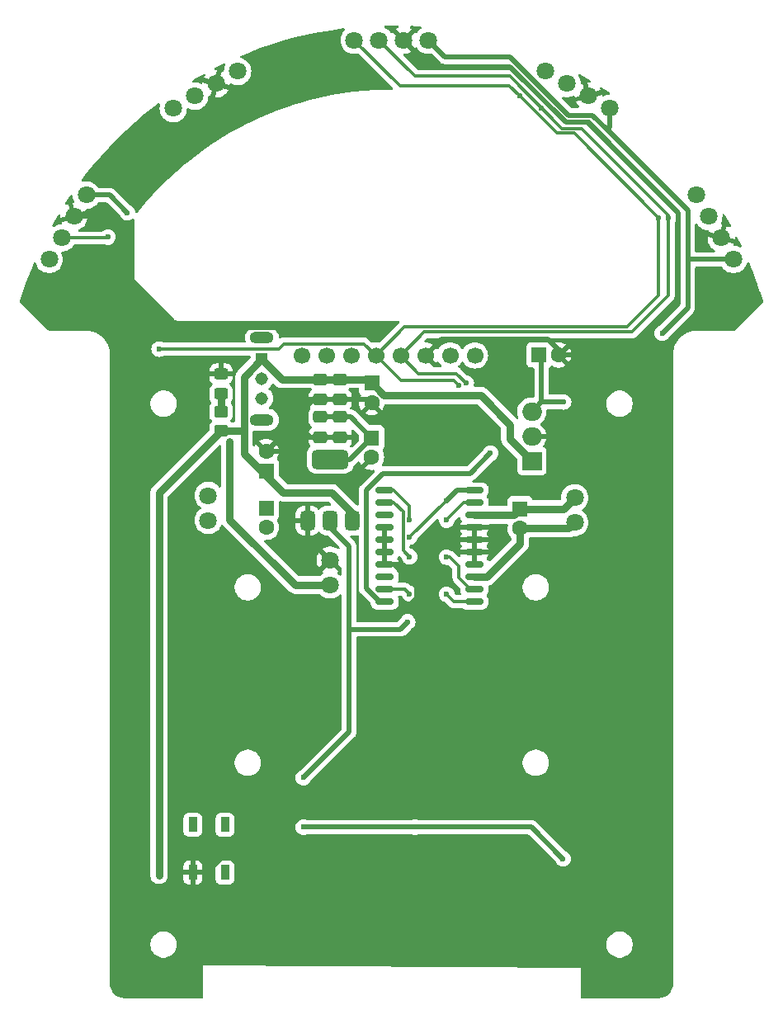
<source format=gbr>
%TF.GenerationSoftware,KiCad,Pcbnew,8.0.6*%
%TF.CreationDate,2025-03-04T23:13:55+07:00*%
%TF.ProjectId,micromouse,6d696372-6f6d-46f7-9573-652e6b696361,rev?*%
%TF.SameCoordinates,Original*%
%TF.FileFunction,Copper,L1,Top*%
%TF.FilePolarity,Positive*%
%FSLAX46Y46*%
G04 Gerber Fmt 4.6, Leading zero omitted, Abs format (unit mm)*
G04 Created by KiCad (PCBNEW 8.0.6) date 2025-03-04 23:13:55*
%MOMM*%
%LPD*%
G01*
G04 APERTURE LIST*
G04 Aperture macros list*
%AMRoundRect*
0 Rectangle with rounded corners*
0 $1 Rounding radius*
0 $2 $3 $4 $5 $6 $7 $8 $9 X,Y pos of 4 corners*
0 Add a 4 corners polygon primitive as box body*
4,1,4,$2,$3,$4,$5,$6,$7,$8,$9,$2,$3,0*
0 Add four circle primitives for the rounded corners*
1,1,$1+$1,$2,$3*
1,1,$1+$1,$4,$5*
1,1,$1+$1,$6,$7*
1,1,$1+$1,$8,$9*
0 Add four rect primitives between the rounded corners*
20,1,$1+$1,$2,$3,$4,$5,0*
20,1,$1+$1,$4,$5,$6,$7,0*
20,1,$1+$1,$6,$7,$8,$9,0*
20,1,$1+$1,$8,$9,$2,$3,0*%
G04 Aperture macros list end*
%TA.AperFunction,SMDPad,CuDef*%
%ADD10RoundRect,0.250000X-0.475000X0.337500X-0.475000X-0.337500X0.475000X-0.337500X0.475000X0.337500X0*%
%TD*%
%TA.AperFunction,ComponentPad*%
%ADD11R,1.600000X1.600000*%
%TD*%
%TA.AperFunction,ComponentPad*%
%ADD12C,1.600000*%
%TD*%
%TA.AperFunction,ComponentPad*%
%ADD13C,1.800000*%
%TD*%
%TA.AperFunction,ComponentPad*%
%ADD14C,1.700000*%
%TD*%
%TA.AperFunction,ComponentPad*%
%ADD15R,1.308000X1.308000*%
%TD*%
%TA.AperFunction,ComponentPad*%
%ADD16C,1.308000*%
%TD*%
%TA.AperFunction,ComponentPad*%
%ADD17O,2.460000X1.230000*%
%TD*%
%TA.AperFunction,ComponentPad*%
%ADD18R,2.000000X1.905000*%
%TD*%
%TA.AperFunction,ComponentPad*%
%ADD19O,2.000000X1.905000*%
%TD*%
%TA.AperFunction,SMDPad,CuDef*%
%ADD20RoundRect,0.150000X-0.800000X-0.150000X0.800000X-0.150000X0.800000X0.150000X-0.800000X0.150000X0*%
%TD*%
%TA.AperFunction,SMDPad,CuDef*%
%ADD21RoundRect,0.250000X-0.450000X0.325000X-0.450000X-0.325000X0.450000X-0.325000X0.450000X0.325000X0*%
%TD*%
%TA.AperFunction,SMDPad,CuDef*%
%ADD22RoundRect,0.375000X0.375000X-0.625000X0.375000X0.625000X-0.375000X0.625000X-0.375000X-0.625000X0*%
%TD*%
%TA.AperFunction,SMDPad,CuDef*%
%ADD23RoundRect,0.500000X1.400000X-0.500000X1.400000X0.500000X-1.400000X0.500000X-1.400000X-0.500000X0*%
%TD*%
%TA.AperFunction,SMDPad,CuDef*%
%ADD24RoundRect,0.090000X-0.360000X0.660000X-0.360000X-0.660000X0.360000X-0.660000X0.360000X0.660000X0*%
%TD*%
%TA.AperFunction,SMDPad,CuDef*%
%ADD25RoundRect,0.250000X0.450000X-0.350000X0.450000X0.350000X-0.450000X0.350000X-0.450000X-0.350000X0*%
%TD*%
%TA.AperFunction,ViaPad*%
%ADD26C,0.600000*%
%TD*%
%TA.AperFunction,Conductor*%
%ADD27C,0.500000*%
%TD*%
%TA.AperFunction,Conductor*%
%ADD28C,0.800000*%
%TD*%
%TA.AperFunction,Conductor*%
%ADD29C,0.300000*%
%TD*%
G04 APERTURE END LIST*
D10*
%TO.P,C3,1*%
%TO.N,/VBAT*%
X140300000Y-76087500D03*
%TO.P,C3,2*%
%TO.N,GND*%
X140300000Y-78162500D03*
%TD*%
D11*
%TO.P,C13,1*%
%TO.N,/5V*%
X143550000Y-82100000D03*
D12*
%TO.P,C13,2*%
%TO.N,GND*%
X143550000Y-84100001D03*
%TD*%
D10*
%TO.P,C1,1*%
%TO.N,/VBAT*%
X138299997Y-76087500D03*
%TO.P,C1,2*%
%TO.N,GND*%
X138299997Y-78162500D03*
%TD*%
%TO.P,C9,1*%
%TO.N,/5V*%
X138300000Y-79962500D03*
%TO.P,C9,2*%
%TO.N,GND*%
X138300000Y-82037500D03*
%TD*%
D13*
%TO.P,M1,1,+*%
%TO.N,Net-(D2-K)*%
X164400000Y-88259998D03*
%TO.P,M1,2,-*%
%TO.N,Net-(D2-A)*%
X164400000Y-90800000D03*
%TD*%
D14*
%TO.P,U10,1,VCC_IN*%
%TO.N,unconnected-(U10-VCC_IN-Pad1)*%
X154150000Y-73650000D03*
%TO.P,U10,2,3.3V*%
%TO.N,/3V3*%
X151610000Y-73650000D03*
%TO.P,U10,3,GND*%
%TO.N,GND*%
X149070001Y-73650000D03*
%TO.P,U10,4,SCL*%
%TO.N,/SCL*%
X146530000Y-73650000D03*
%TO.P,U10,5,SDA*%
%TO.N,/SDA*%
X143990000Y-73650000D03*
%TO.P,U10,6,SYNC*%
%TO.N,unconnected-(U10-SYNC-Pad6)*%
X141450000Y-73650000D03*
%TO.P,U10,7,INTA*%
%TO.N,unconnected-(U10-INTA-Pad7)*%
X138910000Y-73650000D03*
%TO.P,U10,8,DRDY*%
%TO.N,unconnected-(U10-DRDY-Pad8)*%
X136369999Y-73650000D03*
%TD*%
D15*
%TO.P,SW1,1,A*%
%TO.N,/VBAT*%
X132300000Y-74050000D03*
D16*
%TO.P,SW1,2,B*%
%TO.N,Net-(BT1-+)*%
X132300000Y-76050001D03*
%TO.P,SW1,3,C*%
%TO.N,unconnected-(SW1A-C-Pad3)*%
X132300000Y-78050002D03*
D17*
%TO.P,SW1,S1*%
%TO.N,N/C*%
X132300000Y-71850002D03*
%TO.P,SW1,S2*%
X132300000Y-80250000D03*
%TD*%
D18*
%TO.P,U2,1,IN*%
%TO.N,/VBAT*%
X160000000Y-84500000D03*
D19*
%TO.P,U2,2,GND*%
%TO.N,GND*%
X160000000Y-81960000D03*
%TO.P,U2,3,OUT*%
%TO.N,/6V*%
X160000000Y-79420001D03*
%TD*%
D20*
%TO.P,U4,1,EN1*%
%TO.N,/PWM_A*%
X144900000Y-87485000D03*
%TO.P,U4,2,IN1*%
%TO.N,Net-(U4-IN1)*%
X144900000Y-88755000D03*
%TO.P,U4,3,OUT1*%
%TO.N,Net-(D4-K)*%
X144900000Y-90025000D03*
%TO.P,U4,4,GND*%
%TO.N,GND*%
X144900000Y-91295000D03*
%TO.P,U4,5,GND*%
X144900000Y-92565000D03*
%TO.P,U4,6,GND*%
X144900000Y-93835000D03*
%TO.P,U4,7,GND*%
X144900000Y-95105000D03*
%TO.P,U4,8,OUT2*%
%TO.N,Net-(D4-A)*%
X144900000Y-96375000D03*
%TO.P,U4,9,IN2*%
%TO.N,Net-(U4-IN2)*%
X144900000Y-97645000D03*
%TO.P,U4,10,VS*%
%TO.N,/6V*%
X144900000Y-98915000D03*
%TO.P,U4,11,EN2*%
%TO.N,/PWM_B*%
X154100000Y-98915000D03*
%TO.P,U4,12,IN3*%
%TO.N,Net-(U4-IN3)*%
X154100000Y-97645000D03*
%TO.P,U4,13,OUT3*%
%TO.N,Net-(D2-A)*%
X154100000Y-96375000D03*
%TO.P,U4,14,GND*%
%TO.N,GND*%
X154100000Y-95105000D03*
%TO.P,U4,15,GND*%
X154100000Y-93835000D03*
%TO.P,U4,16,GND*%
X154100000Y-92565000D03*
%TO.P,U4,17,GND*%
X154100000Y-91295000D03*
%TO.P,U4,18,OUT4*%
%TO.N,Net-(D2-K)*%
X154100000Y-90025000D03*
%TO.P,U4,19,IN4*%
%TO.N,Net-(U4-IN4)*%
X154100000Y-88755000D03*
%TO.P,U4,20,VSS*%
%TO.N,/5V*%
X154100000Y-87485000D03*
%TD*%
D11*
%TO.P,C12,1*%
%TO.N,/6V*%
X160750000Y-73600000D03*
D12*
%TO.P,C12,2*%
%TO.N,GND*%
X162750000Y-73600000D03*
%TD*%
D11*
%TO.P,C15,1*%
%TO.N,Net-(D4-K)*%
X132750000Y-89294888D03*
D12*
%TO.P,C15,2*%
%TO.N,Net-(D4-A)*%
X132750000Y-91294889D03*
%TD*%
D13*
%TO.P,U6,1,VCC*%
%TO.N,/3V3*%
X168000000Y-48300000D03*
%TO.P,U6,2,GND*%
%TO.N,GND*%
X165800295Y-47030000D03*
%TO.P,U6,3,SCL*%
%TO.N,/SCL*%
X163600591Y-45760000D03*
%TO.P,U6,4,SDA*%
%TO.N,/SDA*%
X161400886Y-44490000D03*
%TD*%
D11*
%TO.P,C5,1*%
%TO.N,/VBAT*%
X143575000Y-76500000D03*
D12*
%TO.P,C5,2*%
%TO.N,GND*%
X143575000Y-78500001D03*
%TD*%
D21*
%TO.P,D1,1,K*%
%TO.N,GND*%
X128100000Y-75550002D03*
%TO.P,D1,2,A*%
%TO.N,Net-(D1-A)*%
X128100000Y-77600000D03*
%TD*%
D10*
%TO.P,C11,1*%
%TO.N,/5V*%
X140300000Y-79962500D03*
%TO.P,C11,2*%
%TO.N,GND*%
X140300000Y-82037500D03*
%TD*%
D13*
%TO.P,BT1,1,+*%
%TO.N,Net-(BT1-+)*%
X139300000Y-97200000D03*
%TO.P,BT1,2,-*%
%TO.N,GND*%
X139300000Y-94659998D03*
%TD*%
%TO.P,U7,1,VCC*%
%TO.N,/3V3*%
X114278205Y-57200444D03*
%TO.P,U7,2,GND*%
%TO.N,GND*%
X113008205Y-59400149D03*
%TO.P,U7,3,SCL*%
%TO.N,/SCL*%
X111738205Y-61599853D03*
%TO.P,U7,4,SDA*%
%TO.N,/SDA*%
X110468205Y-63799558D03*
%TD*%
%TO.P,U9,1,VCC*%
%TO.N,/3V3*%
X129799557Y-44500000D03*
%TO.P,U9,2,GND*%
%TO.N,GND*%
X127599852Y-45770000D03*
%TO.P,U9,3,SCL*%
%TO.N,/SCL*%
X125400149Y-47040000D03*
%TO.P,U9,4,SDA*%
%TO.N,/SDA*%
X123200443Y-48310000D03*
%TD*%
D22*
%TO.P,U3,1,GND*%
%TO.N,GND*%
X137000000Y-90599999D03*
%TO.P,U3,2,VO*%
%TO.N,/5V*%
X139300000Y-90599998D03*
D23*
X139300000Y-84300000D03*
D22*
%TO.P,U3,3,VI*%
%TO.N,/VBAT*%
X141600000Y-90599999D03*
%TD*%
D13*
%TO.P,U5,1,VCC*%
%TO.N,/3V3*%
X180700000Y-63800000D03*
%TO.P,U5,2,GND*%
%TO.N,GND*%
X179430000Y-61600295D03*
%TO.P,U5,3,SCL*%
%TO.N,/SCL*%
X178160000Y-59400591D03*
%TO.P,U5,4,SDA*%
%TO.N,/SDA*%
X176890000Y-57200886D03*
%TD*%
D11*
%TO.P,C6,1*%
%TO.N,/VBAT*%
X132750000Y-85500001D03*
D12*
%TO.P,C6,2*%
%TO.N,GND*%
X132750000Y-83500000D03*
%TD*%
D24*
%TO.P,D3,1,VDD*%
%TO.N,/3V3*%
X128500000Y-121800000D03*
%TO.P,D3,2,DOUT*%
%TO.N,unconnected-(D3-DOUT-Pad2)*%
X125200000Y-121800000D03*
%TO.P,D3,3,VSS*%
%TO.N,GND*%
X125200000Y-126700000D03*
%TO.P,D3,4,DIN*%
%TO.N,/RGB*%
X128500000Y-126700000D03*
%TD*%
D13*
%TO.P,M2,1,+*%
%TO.N,Net-(D4-K)*%
X126800000Y-88029999D03*
%TO.P,M2,2,-*%
%TO.N,Net-(D4-A)*%
X126800000Y-90570001D03*
%TD*%
D25*
%TO.P,R1,1*%
%TO.N,/VBAT*%
X128100000Y-81400000D03*
%TO.P,R1,2*%
%TO.N,Net-(D1-A)*%
X128100000Y-79400000D03*
%TD*%
D11*
%TO.P,C14,1*%
%TO.N,Net-(D2-K)*%
X158800000Y-89399999D03*
D12*
%TO.P,C14,2*%
%TO.N,Net-(D2-A)*%
X158800000Y-91400000D03*
%TD*%
D13*
%TO.P,U8,1,VCC*%
%TO.N,/3V3*%
X149400000Y-41300000D03*
%TO.P,U8,2,GND*%
%TO.N,GND*%
X146860000Y-41300000D03*
%TO.P,U8,3,SCL*%
%TO.N,/SCL*%
X144320001Y-41300000D03*
%TO.P,U8,4,SDA*%
%TO.N,/SDA*%
X141780000Y-41300000D03*
%TD*%
D26*
%TO.N,GND*%
X143250000Y-119515000D03*
X144900000Y-92565000D03*
X134100000Y-119300000D03*
X147450000Y-96100000D03*
X129000000Y-135700000D03*
X168737500Y-119800000D03*
X165750000Y-49750000D03*
X143250000Y-100250000D03*
X128100000Y-75550002D03*
X140300000Y-82037500D03*
X151250000Y-92350000D03*
X143000000Y-71535002D03*
X121535002Y-70785002D03*
X175000000Y-61500000D03*
X117500000Y-59500000D03*
X136550000Y-119515000D03*
X154100000Y-91295000D03*
%TO.N,/VBAT*%
X121750000Y-127000000D03*
%TO.N,/5V*%
X147250000Y-101000000D03*
X136550000Y-116975000D03*
X147450000Y-92300000D03*
X151250000Y-88550000D03*
%TO.N,/6V*%
X163249997Y-78425000D03*
X155750000Y-83670001D03*
%TO.N,/RGB*%
X128500000Y-126700000D03*
%TO.N,/3V3*%
X136550000Y-122055000D03*
X128500000Y-121800000D03*
X163200000Y-125300000D03*
X148000000Y-122055000D03*
X173382057Y-71367943D03*
X118500000Y-59000000D03*
%TO.N,Net-(D4-K)*%
X144900000Y-90025000D03*
%TO.N,Net-(D4-A)*%
X144900000Y-96375000D03*
%TO.N,Net-(U4-IN1)*%
X147450000Y-94300000D03*
%TO.N,Net-(U4-IN4)*%
X151250000Y-90550000D03*
%TO.N,/PWM_A*%
X147450000Y-90500000D03*
%TO.N,Net-(U4-IN2)*%
X147450000Y-98100000D03*
%TO.N,/PWM_B*%
X151250000Y-98150000D03*
%TO.N,/SCL*%
X174000000Y-59500000D03*
X160969669Y-48280331D03*
X116500000Y-61500000D03*
X153258949Y-76497017D03*
%TO.N,/SDA*%
X152500000Y-76750000D03*
X173000000Y-59500000D03*
X121750000Y-73000000D03*
X158726679Y-47023321D03*
%TO.N,Net-(BT1-+)*%
X129000000Y-82500000D03*
%TO.N,Net-(U4-IN3)*%
X151250000Y-94350000D03*
%TD*%
D27*
%TO.N,GND*%
X138300000Y-82037500D02*
X140300000Y-82037500D01*
X149070001Y-73650000D02*
X150720001Y-72000000D01*
X162750000Y-73600000D02*
X169400000Y-73600000D01*
X134250000Y-83500000D02*
X132750000Y-83500000D01*
X146850000Y-96100000D02*
X147450000Y-96100000D01*
X157750000Y-44000000D02*
X149500000Y-44000000D01*
X137000000Y-92359998D02*
X139300000Y-94659998D01*
X154100000Y-95105000D02*
X154100000Y-93835000D01*
X146860000Y-41360000D02*
X146860000Y-41300000D01*
X144900000Y-95105000D02*
X144900000Y-93835000D01*
X154100000Y-92565000D02*
X151465000Y-92565000D01*
X144900000Y-93835000D02*
X144900000Y-92565000D01*
X143000000Y-71535002D02*
X142250000Y-70785002D01*
X140300000Y-78162500D02*
X143237499Y-78162500D01*
X147450000Y-96100000D02*
X148200000Y-96850000D01*
X162750000Y-73100000D02*
X162750000Y-73600000D01*
X137287500Y-82037500D02*
X136500000Y-81250000D01*
X168452500Y-119515000D02*
X143250000Y-119515000D01*
X136500000Y-81250000D02*
X136500000Y-79250000D01*
X113008205Y-59400149D02*
X117400149Y-59400149D01*
X143237499Y-78162500D02*
X143575000Y-78500001D01*
X148200000Y-98550000D02*
X146500000Y-100250000D01*
X138299997Y-78162500D02*
X140300000Y-78162500D01*
X117400149Y-59400149D02*
X117500000Y-59500000D01*
X165750000Y-49750000D02*
X163500000Y-49750000D01*
X125200000Y-131900000D02*
X129000000Y-135700000D01*
X147500000Y-96100000D02*
X151250000Y-92350000D01*
X146500000Y-100250000D02*
X143250000Y-100250000D01*
X154100000Y-92565000D02*
X154100000Y-91295000D01*
X144900000Y-92565000D02*
X144900000Y-91295000D01*
X136500000Y-81250000D02*
X134250000Y-83500000D01*
X125200000Y-126700000D02*
X126700000Y-126700000D01*
X161650000Y-72000000D02*
X162750000Y-73100000D01*
X125200000Y-126700000D02*
X125200000Y-131900000D01*
X148200000Y-96850000D02*
X148200000Y-98550000D01*
X169400000Y-73600000D02*
X175000000Y-68000000D01*
X137587500Y-78162500D02*
X138299997Y-78162500D01*
X148850000Y-73650000D02*
X149070001Y-73650000D01*
X145855000Y-95105000D02*
X146850000Y-96100000D01*
X138300000Y-82037500D02*
X137287500Y-82037500D01*
X154100000Y-95105000D02*
X154100000Y-92565000D01*
X168737500Y-119800000D02*
X168452500Y-119515000D01*
X175000000Y-61500000D02*
X175000000Y-59000000D01*
X136500000Y-79250000D02*
X137587500Y-78162500D01*
X163500000Y-49750000D02*
X157750000Y-44000000D01*
X143250000Y-119515000D02*
X136550000Y-119515000D01*
X137000000Y-90599999D02*
X137000000Y-92359998D01*
X149500000Y-44000000D02*
X146860000Y-41360000D01*
X175000000Y-59000000D02*
X165750000Y-49750000D01*
X151465000Y-92565000D02*
X151250000Y-92350000D01*
X144900000Y-95105000D02*
X145855000Y-95105000D01*
X175000000Y-68000000D02*
X175000000Y-61500000D01*
X142250000Y-70785002D02*
X121535002Y-70785002D01*
X126700000Y-126700000D02*
X134100000Y-119300000D01*
X150720001Y-72000000D02*
X161650000Y-72000000D01*
D28*
%TO.N,/VBAT*%
X128100000Y-81400000D02*
X130320000Y-81400000D01*
X134499999Y-87750000D02*
X132750000Y-86000001D01*
X132250001Y-85500001D02*
X132750000Y-85500001D01*
X134337500Y-76087500D02*
X132300000Y-74050000D01*
X144825000Y-77750000D02*
X154750000Y-77750000D01*
X130320000Y-81400000D02*
X130470000Y-81250000D01*
X138299997Y-76087500D02*
X140300000Y-76087500D01*
X157750000Y-82250000D02*
X160000000Y-84500000D01*
X121750000Y-87750000D02*
X128100000Y-81400000D01*
X130470000Y-81250000D02*
X130470000Y-83720000D01*
X143162500Y-76087500D02*
X143575000Y-76500000D01*
X130470000Y-83720000D02*
X132250001Y-85500001D01*
X138299997Y-76087500D02*
X134337500Y-76087500D01*
X143575000Y-76500000D02*
X144825000Y-77750000D01*
X141600000Y-90599999D02*
X141600000Y-89850000D01*
X139500000Y-87750000D02*
X134499999Y-87750000D01*
X154750000Y-77750000D02*
X157750000Y-80750000D01*
X140300000Y-76087500D02*
X143162500Y-76087500D01*
X130470000Y-75880000D02*
X132300000Y-74050000D01*
X141600000Y-89850000D02*
X139500000Y-87750000D01*
X157750000Y-80750000D02*
X157750000Y-82250000D01*
X130470000Y-81250000D02*
X130470000Y-75880000D01*
X132750000Y-86000001D02*
X132750000Y-85500001D01*
X121750000Y-127000000D02*
X121750000Y-87750000D01*
D27*
%TO.N,/5V*%
X139300000Y-90599998D02*
X139300000Y-91300000D01*
X147250000Y-101000000D02*
X146500000Y-101750000D01*
X141250000Y-101750000D02*
X141250000Y-112275000D01*
X146500000Y-101750000D02*
X141250000Y-101750000D01*
X141250000Y-112275000D02*
X136550000Y-116975000D01*
X141350000Y-84300000D02*
X143550000Y-82100000D01*
X141250000Y-93250000D02*
X141250000Y-101750000D01*
X152315000Y-87485000D02*
X151250000Y-88550000D01*
X141412500Y-79962500D02*
X143550000Y-82100000D01*
D29*
X147450000Y-92300000D02*
X151200000Y-88550000D01*
D27*
X140300000Y-79962500D02*
X141412500Y-79962500D01*
X139300000Y-91300000D02*
X141250000Y-93250000D01*
X139300000Y-84300000D02*
X141350000Y-84300000D01*
X138753122Y-84300000D02*
X139300000Y-84300000D01*
X138300000Y-79962500D02*
X140300000Y-79962500D01*
X154100000Y-87485000D02*
X152315000Y-87485000D01*
%TO.N,/6V*%
X160750000Y-73600000D02*
X161000000Y-73850000D01*
X155750000Y-83670001D02*
X153670001Y-85750000D01*
X161000000Y-78420001D02*
X160995001Y-78425000D01*
X144367316Y-98915000D02*
X144900000Y-98915000D01*
X161000000Y-73850000D02*
X161000000Y-78420001D01*
X144750000Y-85750000D02*
X143000000Y-87500000D01*
X143000000Y-97547684D02*
X144367316Y-98915000D01*
X143000000Y-87500000D02*
X143000000Y-97547684D01*
X163249997Y-78425000D02*
X160995001Y-78425000D01*
X160995001Y-78425000D02*
X160000000Y-79420001D01*
X153670001Y-85750000D02*
X144750000Y-85750000D01*
D28*
%TO.N,Net-(D2-K)*%
X158800000Y-89399999D02*
X163259999Y-89399999D01*
X154100000Y-90025000D02*
X158174999Y-90025000D01*
X163259999Y-89399999D02*
X164400000Y-88259998D01*
X158174999Y-90025000D02*
X158800000Y-89399999D01*
%TO.N,Net-(D2-A)*%
X158800000Y-92950000D02*
X155375000Y-96375000D01*
X158800000Y-91400000D02*
X163800000Y-91400000D01*
X163800000Y-91400000D02*
X164400000Y-90800000D01*
X158800000Y-91400000D02*
X158800000Y-92950000D01*
X155375000Y-96375000D02*
X154100000Y-96375000D01*
D27*
%TO.N,/3V3*%
X166250000Y-49000000D02*
X163750000Y-49000000D01*
X136550000Y-122055000D02*
X144750000Y-122055000D01*
X173382057Y-71367943D02*
X176000000Y-68750000D01*
X163750000Y-49000000D02*
X157750000Y-43000000D01*
X176000000Y-68750000D02*
X176000000Y-63750000D01*
X159955000Y-122055000D02*
X163200000Y-125300000D01*
X144750000Y-122055000D02*
X148000000Y-122055000D01*
X114278205Y-57200444D02*
X116700444Y-57200444D01*
X176050000Y-63800000D02*
X176000000Y-63750000D01*
X167750000Y-50500000D02*
X166250000Y-49000000D01*
X151100000Y-43000000D02*
X149400000Y-41300000D01*
X168000000Y-50750000D02*
X167750000Y-50500000D01*
X116700444Y-57200444D02*
X118500000Y-59000000D01*
X176000000Y-58750000D02*
X168000000Y-50750000D01*
X168000000Y-50250000D02*
X167750000Y-50500000D01*
X157750000Y-43000000D02*
X151100000Y-43000000D01*
X151500000Y-73760000D02*
X151610000Y-73650000D01*
X168000000Y-48300000D02*
X168000000Y-50250000D01*
X180700000Y-63800000D02*
X176050000Y-63800000D01*
X148000000Y-122055000D02*
X159955000Y-122055000D01*
X176000000Y-63750000D02*
X176000000Y-58750000D01*
D28*
%TO.N,Net-(D1-A)*%
X128100000Y-79400000D02*
X128100000Y-77600000D01*
D29*
%TO.N,Net-(U4-IN1)*%
X145849999Y-88755000D02*
X146800000Y-89705001D01*
X146800000Y-89705001D02*
X146800000Y-93650000D01*
X146800000Y-93650000D02*
X147450000Y-94300000D01*
X144900000Y-88755000D02*
X145849999Y-88755000D01*
%TO.N,Net-(U4-IN4)*%
X153045000Y-88755000D02*
X151250000Y-90550000D01*
X154100000Y-88755000D02*
X153045000Y-88755000D01*
%TO.N,/PWM_A*%
X147450000Y-89085001D02*
X147450000Y-90500000D01*
X145849999Y-87485000D02*
X147450000Y-89085001D01*
X144900000Y-87485000D02*
X145849999Y-87485000D01*
%TO.N,Net-(U4-IN2)*%
X146995000Y-97645000D02*
X147450000Y-98100000D01*
X144900000Y-97645000D02*
X146995000Y-97645000D01*
%TO.N,/PWM_B*%
X154100000Y-98915000D02*
X152015000Y-98915000D01*
X152015000Y-98915000D02*
X151250000Y-98150000D01*
%TO.N,/SCL*%
X148930000Y-71250000D02*
X170250000Y-71250000D01*
X146530000Y-73650000D02*
X148930000Y-71250000D01*
X116400147Y-61599853D02*
X116500000Y-61500000D01*
X152261932Y-75500000D02*
X148380000Y-75500000D01*
X163100000Y-50350000D02*
X157750000Y-45000000D01*
X157750000Y-45000000D02*
X148020001Y-45000000D01*
X174000000Y-59500000D02*
X174000000Y-59250000D01*
X148380000Y-75500000D02*
X146530000Y-73650000D01*
X148020001Y-45000000D02*
X144320001Y-41300000D01*
X174000000Y-59250000D02*
X165100000Y-50350000D01*
X165100000Y-50350000D02*
X163100000Y-50350000D01*
X170250000Y-71250000D02*
X174000000Y-67500000D01*
X111738205Y-61599853D02*
X116400147Y-61599853D01*
X174000000Y-67500000D02*
X174000000Y-59500000D01*
X153258949Y-76497017D02*
X152261932Y-75500000D01*
%TO.N,/SDA*%
X146480000Y-46000000D02*
X141780000Y-41300000D01*
X143990000Y-73650000D02*
X142790000Y-72450000D01*
X134550000Y-72450000D02*
X134184998Y-72815002D01*
X134000000Y-73000000D02*
X121750000Y-73000000D01*
X152500000Y-76750000D02*
X152000000Y-76250000D01*
X152000000Y-76250000D02*
X146590000Y-76250000D01*
X157703358Y-46000000D02*
X146480000Y-46000000D01*
X143990000Y-73650000D02*
X146890000Y-70750000D01*
X169750000Y-70750000D02*
X173000000Y-67500000D01*
X158726679Y-47023321D02*
X157703358Y-46000000D01*
X146590000Y-76250000D02*
X143990000Y-73650000D01*
X142790000Y-72450000D02*
X134550000Y-72450000D01*
X173000000Y-59500000D02*
X164350000Y-50850000D01*
X164350000Y-50850000D02*
X162553358Y-50850000D01*
X146890000Y-70750000D02*
X169750000Y-70750000D01*
X162553358Y-50850000D02*
X158726679Y-47023321D01*
X134184998Y-72815002D02*
X134000000Y-73000000D01*
X173000000Y-67500000D02*
X173000000Y-59500000D01*
D28*
%TO.N,Net-(BT1-+)*%
X135700000Y-97200000D02*
X139300000Y-97200000D01*
X129000000Y-82500000D02*
X129000000Y-90500000D01*
X129000000Y-90500000D02*
X135700000Y-97200000D01*
D29*
%TO.N,Net-(U4-IN3)*%
X154100000Y-97645000D02*
X153708738Y-97645000D01*
X152500000Y-96436262D02*
X153708738Y-97645000D01*
X151250000Y-94350000D02*
X151600000Y-94350000D01*
X151600000Y-94350000D02*
X152500000Y-95250000D01*
X152500000Y-95250000D02*
X152500000Y-96436262D01*
%TD*%
%TA.AperFunction,Conductor*%
%TO.N,GND*%
G36*
X165954809Y-49770185D02*
G01*
X165975451Y-49786819D01*
X167162707Y-50974074D01*
X167162717Y-50974085D01*
X167167047Y-50978415D01*
X167167048Y-50978416D01*
X167412717Y-51224084D01*
X167412736Y-51224105D01*
X175213181Y-59024548D01*
X175246666Y-59085871D01*
X175249500Y-59112229D01*
X175249500Y-68387769D01*
X175229815Y-68454808D01*
X175213181Y-68475450D01*
X173073994Y-70614636D01*
X173037930Y-70637313D01*
X173038807Y-70639134D01*
X173032532Y-70642155D01*
X172879794Y-70738127D01*
X172752241Y-70865680D01*
X172656268Y-71018419D01*
X172596688Y-71188688D01*
X172596687Y-71188693D01*
X172576492Y-71367939D01*
X172576492Y-71367946D01*
X172596687Y-71547192D01*
X172596688Y-71547197D01*
X172656268Y-71717466D01*
X172726129Y-71828648D01*
X172752241Y-71870205D01*
X172879795Y-71997759D01*
X172970137Y-72054525D01*
X173019430Y-72085498D01*
X173032535Y-72093732D01*
X173177450Y-72144440D01*
X173202802Y-72153311D01*
X173202807Y-72153312D01*
X173382053Y-72173508D01*
X173382057Y-72173508D01*
X173382061Y-72173508D01*
X173561306Y-72153312D01*
X173561309Y-72153311D01*
X173561312Y-72153311D01*
X173731579Y-72093732D01*
X173884319Y-71997759D01*
X174011873Y-71870205D01*
X174107846Y-71717465D01*
X174107849Y-71717453D01*
X174110867Y-71711191D01*
X174112707Y-71712077D01*
X174135362Y-71676004D01*
X176582951Y-69228416D01*
X176665084Y-69105495D01*
X176721658Y-68968913D01*
X176750500Y-68823918D01*
X176750500Y-64674500D01*
X176770185Y-64607461D01*
X176822989Y-64561706D01*
X176874500Y-64550500D01*
X179450315Y-64550500D01*
X179517354Y-64570185D01*
X179554123Y-64606678D01*
X179591015Y-64663145D01*
X179591017Y-64663147D01*
X179591021Y-64663153D01*
X179748216Y-64833913D01*
X179748219Y-64833915D01*
X179748222Y-64833918D01*
X179931365Y-64976464D01*
X179931371Y-64976468D01*
X179931374Y-64976470D01*
X180135497Y-65086936D01*
X180249487Y-65126068D01*
X180355015Y-65162297D01*
X180355017Y-65162297D01*
X180355019Y-65162298D01*
X180583951Y-65200500D01*
X180583952Y-65200500D01*
X180816048Y-65200500D01*
X180816049Y-65200500D01*
X181044981Y-65162298D01*
X181264503Y-65086936D01*
X181468626Y-64976470D01*
X181469197Y-64976026D01*
X181530129Y-64928600D01*
X181651784Y-64833913D01*
X181808979Y-64663153D01*
X181935924Y-64468849D01*
X182029157Y-64256300D01*
X182053384Y-64160630D01*
X182088922Y-64100476D01*
X182151342Y-64069083D01*
X182220826Y-64076421D01*
X182275312Y-64120159D01*
X182288091Y-64143477D01*
X182546873Y-64766056D01*
X182574896Y-64833476D01*
X182600421Y-64894883D01*
X182601833Y-64898435D01*
X183019865Y-66000501D01*
X183043618Y-66063121D01*
X183044940Y-66066781D01*
X183350730Y-66956146D01*
X183445079Y-67230554D01*
X183449932Y-67244667D01*
X183451140Y-67248366D01*
X183710670Y-68088003D01*
X183711661Y-68157866D01*
X183679881Y-68212303D01*
X180829005Y-71063181D01*
X180767682Y-71096666D01*
X180741324Y-71099500D01*
X176848746Y-71099500D01*
X176698598Y-71117731D01*
X176548449Y-71135963D01*
X176429602Y-71165255D01*
X176254727Y-71208358D01*
X175971882Y-71315628D01*
X175704035Y-71456206D01*
X175704026Y-71456212D01*
X175455078Y-71628047D01*
X175455072Y-71628052D01*
X175228648Y-71828646D01*
X175228646Y-71828648D01*
X175028052Y-72055072D01*
X175028047Y-72055078D01*
X174856212Y-72304026D01*
X174856206Y-72304035D01*
X174715628Y-72571882D01*
X174608358Y-72854727D01*
X174570634Y-73007783D01*
X174535963Y-73148449D01*
X174522832Y-73256593D01*
X174499500Y-73448745D01*
X174499500Y-138095572D01*
X174499184Y-138104419D01*
X174484869Y-138304557D01*
X174482351Y-138322068D01*
X174440646Y-138513787D01*
X174435662Y-138530763D01*
X174367090Y-138714609D01*
X174359740Y-138730701D01*
X174265711Y-138902904D01*
X174256146Y-138917789D01*
X174138558Y-139074867D01*
X174126972Y-139088237D01*
X173988237Y-139226972D01*
X173974867Y-139238558D01*
X173817789Y-139356146D01*
X173802904Y-139365711D01*
X173630701Y-139459740D01*
X173614609Y-139467090D01*
X173430763Y-139535662D01*
X173413787Y-139540646D01*
X173222068Y-139582351D01*
X173204557Y-139584869D01*
X173023779Y-139597799D01*
X173004417Y-139599184D01*
X172995572Y-139599500D01*
X165124000Y-139599500D01*
X165056961Y-139579815D01*
X165011206Y-139527011D01*
X165000000Y-139475500D01*
X165000000Y-136500000D01*
X164999998Y-136499999D01*
X126250000Y-136249999D01*
X126250000Y-139475500D01*
X126230315Y-139542539D01*
X126177511Y-139588294D01*
X126126000Y-139599500D01*
X118204428Y-139599500D01*
X118195582Y-139599184D01*
X118173622Y-139597613D01*
X117995442Y-139584869D01*
X117977931Y-139582351D01*
X117786212Y-139540646D01*
X117769236Y-139535662D01*
X117585390Y-139467090D01*
X117569298Y-139459740D01*
X117397095Y-139365711D01*
X117382210Y-139356146D01*
X117225132Y-139238558D01*
X117211762Y-139226972D01*
X117073027Y-139088237D01*
X117061441Y-139074867D01*
X116943849Y-138917784D01*
X116934288Y-138902904D01*
X116840259Y-138730701D01*
X116832909Y-138714609D01*
X116772091Y-138551551D01*
X116764334Y-138530755D01*
X116759355Y-138513797D01*
X116717647Y-138322063D01*
X116715130Y-138304556D01*
X116700816Y-138104418D01*
X116700500Y-138095572D01*
X116700500Y-133993713D01*
X120849500Y-133993713D01*
X120849500Y-134206286D01*
X120882753Y-134416239D01*
X120948444Y-134618414D01*
X121044951Y-134807820D01*
X121169890Y-134979786D01*
X121320213Y-135130109D01*
X121492179Y-135255048D01*
X121492181Y-135255049D01*
X121492184Y-135255051D01*
X121681588Y-135351557D01*
X121883757Y-135417246D01*
X122093713Y-135450500D01*
X122093714Y-135450500D01*
X122306286Y-135450500D01*
X122306287Y-135450500D01*
X122516243Y-135417246D01*
X122718412Y-135351557D01*
X122907816Y-135255051D01*
X122929789Y-135239086D01*
X123079786Y-135130109D01*
X123079788Y-135130106D01*
X123079792Y-135130104D01*
X123230104Y-134979792D01*
X123230106Y-134979788D01*
X123230109Y-134979786D01*
X123355048Y-134807820D01*
X123355047Y-134807820D01*
X123355051Y-134807816D01*
X123451557Y-134618412D01*
X123517246Y-134416243D01*
X123550500Y-134206287D01*
X123550500Y-133993713D01*
X167649500Y-133993713D01*
X167649500Y-134206286D01*
X167682753Y-134416239D01*
X167748444Y-134618414D01*
X167844951Y-134807820D01*
X167969890Y-134979786D01*
X168120213Y-135130109D01*
X168292179Y-135255048D01*
X168292181Y-135255049D01*
X168292184Y-135255051D01*
X168481588Y-135351557D01*
X168683757Y-135417246D01*
X168893713Y-135450500D01*
X168893714Y-135450500D01*
X169106286Y-135450500D01*
X169106287Y-135450500D01*
X169316243Y-135417246D01*
X169518412Y-135351557D01*
X169707816Y-135255051D01*
X169729789Y-135239086D01*
X169879786Y-135130109D01*
X169879788Y-135130106D01*
X169879792Y-135130104D01*
X170030104Y-134979792D01*
X170030106Y-134979788D01*
X170030109Y-134979786D01*
X170155048Y-134807820D01*
X170155047Y-134807820D01*
X170155051Y-134807816D01*
X170251557Y-134618412D01*
X170317246Y-134416243D01*
X170350500Y-134206287D01*
X170350500Y-133993713D01*
X170317246Y-133783757D01*
X170251557Y-133581588D01*
X170155051Y-133392184D01*
X170155049Y-133392181D01*
X170155048Y-133392179D01*
X170030109Y-133220213D01*
X169879786Y-133069890D01*
X169707820Y-132944951D01*
X169518414Y-132848444D01*
X169518413Y-132848443D01*
X169518412Y-132848443D01*
X169316243Y-132782754D01*
X169316241Y-132782753D01*
X169316240Y-132782753D01*
X169154957Y-132757208D01*
X169106287Y-132749500D01*
X168893713Y-132749500D01*
X168845042Y-132757208D01*
X168683760Y-132782753D01*
X168481585Y-132848444D01*
X168292179Y-132944951D01*
X168120213Y-133069890D01*
X167969890Y-133220213D01*
X167844951Y-133392179D01*
X167748444Y-133581585D01*
X167682753Y-133783760D01*
X167649500Y-133993713D01*
X123550500Y-133993713D01*
X123517246Y-133783757D01*
X123451557Y-133581588D01*
X123355051Y-133392184D01*
X123355049Y-133392181D01*
X123355048Y-133392179D01*
X123230109Y-133220213D01*
X123079786Y-133069890D01*
X122907820Y-132944951D01*
X122718414Y-132848444D01*
X122718413Y-132848443D01*
X122718412Y-132848443D01*
X122516243Y-132782754D01*
X122516241Y-132782753D01*
X122516240Y-132782753D01*
X122354957Y-132757208D01*
X122306287Y-132749500D01*
X122093713Y-132749500D01*
X122045042Y-132757208D01*
X121883760Y-132782753D01*
X121681585Y-132848444D01*
X121492179Y-132944951D01*
X121320213Y-133069890D01*
X121169890Y-133220213D01*
X121044951Y-133392179D01*
X120948444Y-133581585D01*
X120882753Y-133783760D01*
X120849500Y-133993713D01*
X116700500Y-133993713D01*
X116700500Y-78493713D01*
X120849500Y-78493713D01*
X120849500Y-78706286D01*
X120880181Y-78900001D01*
X120882754Y-78916243D01*
X120938725Y-79088504D01*
X120948444Y-79118414D01*
X121044951Y-79307820D01*
X121169890Y-79479786D01*
X121320213Y-79630109D01*
X121492179Y-79755048D01*
X121492181Y-79755049D01*
X121492184Y-79755051D01*
X121681588Y-79851557D01*
X121883757Y-79917246D01*
X122093713Y-79950500D01*
X122093714Y-79950500D01*
X122306286Y-79950500D01*
X122306287Y-79950500D01*
X122516243Y-79917246D01*
X122718412Y-79851557D01*
X122907816Y-79755051D01*
X122947437Y-79726265D01*
X123079786Y-79630109D01*
X123079788Y-79630106D01*
X123079792Y-79630104D01*
X123230104Y-79479792D01*
X123230106Y-79479788D01*
X123230109Y-79479786D01*
X123355048Y-79307820D01*
X123355047Y-79307820D01*
X123355051Y-79307816D01*
X123451557Y-79118412D01*
X123517246Y-78916243D01*
X123550500Y-78706287D01*
X123550500Y-78493713D01*
X123517246Y-78283757D01*
X123451557Y-78081588D01*
X123355051Y-77892184D01*
X123355049Y-77892181D01*
X123355048Y-77892179D01*
X123230109Y-77720213D01*
X123079786Y-77569890D01*
X122907820Y-77444951D01*
X122718414Y-77348444D01*
X122718413Y-77348443D01*
X122718412Y-77348443D01*
X122516243Y-77282754D01*
X122516241Y-77282753D01*
X122516240Y-77282753D01*
X122354957Y-77257208D01*
X122306287Y-77249500D01*
X122093713Y-77249500D01*
X122045042Y-77257208D01*
X121883760Y-77282753D01*
X121681585Y-77348444D01*
X121492179Y-77444951D01*
X121320213Y-77569890D01*
X121169890Y-77720213D01*
X121044951Y-77892179D01*
X120948444Y-78081585D01*
X120882753Y-78283760D01*
X120849500Y-78493713D01*
X116700500Y-78493713D01*
X116700500Y-75175015D01*
X126900000Y-75175015D01*
X126900000Y-75300002D01*
X127850000Y-75300002D01*
X128350000Y-75300002D01*
X129299999Y-75300002D01*
X129299999Y-75175030D01*
X129299998Y-75175015D01*
X129289505Y-75072304D01*
X129234358Y-74905882D01*
X129234356Y-74905877D01*
X129142315Y-74756656D01*
X129018345Y-74632686D01*
X128869124Y-74540645D01*
X128869119Y-74540643D01*
X128702697Y-74485496D01*
X128702690Y-74485495D01*
X128599986Y-74475002D01*
X128350000Y-74475002D01*
X128350000Y-75300002D01*
X127850000Y-75300002D01*
X127850000Y-74475002D01*
X127600029Y-74475002D01*
X127600012Y-74475003D01*
X127497302Y-74485496D01*
X127330880Y-74540643D01*
X127330875Y-74540645D01*
X127181654Y-74632686D01*
X127057684Y-74756656D01*
X126965643Y-74905877D01*
X126965641Y-74905882D01*
X126910494Y-75072304D01*
X126910493Y-75072311D01*
X126900000Y-75175015D01*
X116700500Y-75175015D01*
X116700500Y-73448745D01*
X116682007Y-73296447D01*
X116664037Y-73148449D01*
X116591643Y-72854734D01*
X116591642Y-72854731D01*
X116591641Y-72854727D01*
X116484371Y-72571882D01*
X116343793Y-72304035D01*
X116343787Y-72304026D01*
X116171952Y-72055078D01*
X116171947Y-72055072D01*
X115971353Y-71828648D01*
X115971351Y-71828646D01*
X115744927Y-71628052D01*
X115744921Y-71628047D01*
X115495973Y-71456212D01*
X115495964Y-71456206D01*
X115228117Y-71315628D01*
X114945272Y-71208358D01*
X114829820Y-71179902D01*
X114651551Y-71135963D01*
X114471371Y-71114085D01*
X114351254Y-71099500D01*
X114351252Y-71099500D01*
X114265892Y-71099500D01*
X110458676Y-71099500D01*
X110391637Y-71079815D01*
X110370995Y-71063181D01*
X107520117Y-68212303D01*
X107486632Y-68150980D01*
X107489327Y-68088005D01*
X107748881Y-67248298D01*
X107750044Y-67244737D01*
X108155066Y-66066760D01*
X108156353Y-66063195D01*
X108598186Y-64898381D01*
X108599551Y-64894948D01*
X108892220Y-64190840D01*
X108936127Y-64136493D01*
X109002448Y-64114510D01*
X109070126Y-64131872D01*
X109117673Y-64183068D01*
X109126926Y-64207994D01*
X109139046Y-64255855D01*
X109232280Y-64468406D01*
X109359221Y-64662705D01*
X109359224Y-64662709D01*
X109359226Y-64662711D01*
X109516421Y-64833471D01*
X109516424Y-64833473D01*
X109516427Y-64833476D01*
X109699570Y-64976022D01*
X109699576Y-64976026D01*
X109699579Y-64976028D01*
X109903702Y-65086494D01*
X110017692Y-65125626D01*
X110123220Y-65161855D01*
X110123222Y-65161855D01*
X110123224Y-65161856D01*
X110352156Y-65200058D01*
X110352157Y-65200058D01*
X110584253Y-65200058D01*
X110584254Y-65200058D01*
X110813186Y-65161856D01*
X111032708Y-65086494D01*
X111236831Y-64976028D01*
X111419989Y-64833471D01*
X111577184Y-64662711D01*
X111704129Y-64468407D01*
X111797362Y-64255858D01*
X111854339Y-64030863D01*
X111854340Y-64030855D01*
X111873505Y-63799564D01*
X111873505Y-63799551D01*
X111854340Y-63568260D01*
X111854338Y-63568249D01*
X111797362Y-63343257D01*
X111723190Y-63174163D01*
X111714287Y-63104863D01*
X111744264Y-63041751D01*
X111803603Y-63004864D01*
X111836746Y-63000353D01*
X111854253Y-63000353D01*
X111854254Y-63000353D01*
X112083186Y-62962151D01*
X112302708Y-62886789D01*
X112506831Y-62776323D01*
X112689989Y-62633766D01*
X112847184Y-62463006D01*
X112949414Y-62306531D01*
X113002559Y-62261175D01*
X113053222Y-62250353D01*
X116199608Y-62250353D01*
X116240562Y-62257311D01*
X116251605Y-62261175D01*
X116320745Y-62285368D01*
X116320751Y-62285368D01*
X116320753Y-62285369D01*
X116499996Y-62305565D01*
X116500000Y-62305565D01*
X116500004Y-62305565D01*
X116679249Y-62285369D01*
X116679252Y-62285368D01*
X116679255Y-62285368D01*
X116849522Y-62225789D01*
X117002262Y-62129816D01*
X117129816Y-62002262D01*
X117225789Y-61849522D01*
X117285368Y-61679255D01*
X117294265Y-61600295D01*
X117305565Y-61500003D01*
X117305565Y-61499996D01*
X117285369Y-61320750D01*
X117285368Y-61320745D01*
X117225788Y-61150476D01*
X117129815Y-60997737D01*
X117002262Y-60870184D01*
X116849523Y-60774211D01*
X116679254Y-60714631D01*
X116679249Y-60714630D01*
X116500004Y-60694435D01*
X116499996Y-60694435D01*
X116320750Y-60714630D01*
X116320745Y-60714631D01*
X116150476Y-60774211D01*
X115997737Y-60870184D01*
X115954888Y-60913034D01*
X115893565Y-60946519D01*
X115867207Y-60949353D01*
X113550300Y-60949353D01*
X113483261Y-60929668D01*
X113437506Y-60876864D01*
X113427562Y-60807706D01*
X113456587Y-60744150D01*
X113510037Y-60708072D01*
X113572498Y-60686628D01*
X113572507Y-60686625D01*
X113776556Y-60576199D01*
X113776560Y-60576196D01*
X113959642Y-60433697D01*
X113959646Y-60433694D01*
X114116790Y-60262991D01*
X114243688Y-60068758D01*
X114336887Y-59856284D01*
X114393843Y-59631367D01*
X114413003Y-59400154D01*
X114413003Y-59400143D01*
X114403470Y-59285108D01*
X113491167Y-59529557D01*
X113508205Y-59465975D01*
X113508205Y-59334323D01*
X113474130Y-59207156D01*
X113408304Y-59093142D01*
X113361756Y-59046594D01*
X114274594Y-58802000D01*
X114262643Y-58774754D01*
X114253740Y-58705453D01*
X114283718Y-58642341D01*
X114343057Y-58605455D01*
X114376199Y-58600944D01*
X114394253Y-58600944D01*
X114394254Y-58600944D01*
X114623186Y-58562742D01*
X114842708Y-58487380D01*
X115046831Y-58376914D01*
X115229989Y-58234357D01*
X115387184Y-58063597D01*
X115407544Y-58032434D01*
X115424082Y-58007122D01*
X115477228Y-57961766D01*
X115527890Y-57950944D01*
X116338214Y-57950944D01*
X116405253Y-57970629D01*
X116425895Y-57987263D01*
X117746692Y-59308059D01*
X117769358Y-59344125D01*
X117771188Y-59343244D01*
X117774209Y-59349518D01*
X117774211Y-59349522D01*
X117870184Y-59502262D01*
X117997738Y-59629816D01*
X118068652Y-59674374D01*
X118114844Y-59703399D01*
X118150478Y-59725789D01*
X118237268Y-59756158D01*
X118320745Y-59785368D01*
X118320750Y-59785369D01*
X118499996Y-59805565D01*
X118500000Y-59805565D01*
X118500004Y-59805565D01*
X118679249Y-59785369D01*
X118679252Y-59785368D01*
X118679255Y-59785368D01*
X118849522Y-59725789D01*
X119002262Y-59629816D01*
X119002262Y-59629815D01*
X119008158Y-59626111D01*
X119009602Y-59628409D01*
X119062849Y-59606659D01*
X119131547Y-59619401D01*
X119182450Y-59667261D01*
X119199500Y-59730012D01*
X119199500Y-65665891D01*
X119233608Y-65793187D01*
X119266554Y-65850250D01*
X119299500Y-65907314D01*
X119299501Y-65907315D01*
X119299502Y-65907316D01*
X123295159Y-69902972D01*
X123295169Y-69902983D01*
X123299499Y-69907313D01*
X123299500Y-69907314D01*
X123392686Y-70000500D01*
X123506814Y-70066392D01*
X123634107Y-70100500D01*
X123634108Y-70100500D01*
X146320191Y-70100500D01*
X146387230Y-70120185D01*
X146432985Y-70172989D01*
X146442929Y-70242147D01*
X146413904Y-70305703D01*
X146407872Y-70312181D01*
X144417762Y-72302290D01*
X144356439Y-72335775D01*
X144297989Y-72334384D01*
X144225416Y-72314939D01*
X144225412Y-72314938D01*
X144225408Y-72314937D01*
X144225406Y-72314936D01*
X144225403Y-72314936D01*
X143990001Y-72294341D01*
X143989999Y-72294341D01*
X143754590Y-72314937D01*
X143754589Y-72314937D01*
X143682008Y-72334384D01*
X143612158Y-72332720D01*
X143562236Y-72302290D01*
X143204674Y-71944727D01*
X143204673Y-71944726D01*
X143204669Y-71944723D01*
X143098127Y-71873535D01*
X143098122Y-71873533D01*
X142979744Y-71824499D01*
X142979738Y-71824497D01*
X142854071Y-71799500D01*
X142854069Y-71799500D01*
X134485931Y-71799500D01*
X134485929Y-71799500D01*
X134360261Y-71824497D01*
X134360251Y-71824500D01*
X134249910Y-71870205D01*
X134241876Y-71873533D01*
X134223390Y-71885885D01*
X134156712Y-71906762D01*
X134089332Y-71888277D01*
X134042643Y-71836298D01*
X134030500Y-71782782D01*
X134030500Y-71762211D01*
X134029402Y-71755277D01*
X134003032Y-71588789D01*
X134003031Y-71588785D01*
X134003031Y-71588784D01*
X133948775Y-71421801D01*
X133948774Y-71421798D01*
X133869060Y-71265352D01*
X133827651Y-71208358D01*
X133765855Y-71123303D01*
X133641699Y-70999147D01*
X133499649Y-70895941D01*
X133343203Y-70816227D01*
X133343200Y-70816226D01*
X133176215Y-70761970D01*
X133060599Y-70743658D01*
X133002792Y-70734502D01*
X131597208Y-70734502D01*
X131539401Y-70743658D01*
X131423785Y-70761970D01*
X131423782Y-70761970D01*
X131256799Y-70816226D01*
X131256796Y-70816227D01*
X131100350Y-70895941D01*
X130958299Y-70999148D01*
X130834146Y-71123301D01*
X130730939Y-71265352D01*
X130651225Y-71421798D01*
X130651224Y-71421801D01*
X130596968Y-71588784D01*
X130596968Y-71588787D01*
X130596968Y-71588789D01*
X130569500Y-71762210D01*
X130569500Y-71937794D01*
X130570598Y-71944726D01*
X130596968Y-72111216D01*
X130596969Y-72111223D01*
X130621650Y-72187183D01*
X130623645Y-72257024D01*
X130587564Y-72316856D01*
X130524863Y-72347684D01*
X130503719Y-72349500D01*
X122255068Y-72349500D01*
X122189096Y-72330494D01*
X122099522Y-72274210D01*
X122099518Y-72274209D01*
X121929262Y-72214633D01*
X121929249Y-72214630D01*
X121750004Y-72194435D01*
X121749996Y-72194435D01*
X121570750Y-72214630D01*
X121570745Y-72214631D01*
X121400476Y-72274211D01*
X121247737Y-72370184D01*
X121120184Y-72497737D01*
X121024211Y-72650476D01*
X120964631Y-72820745D01*
X120964630Y-72820750D01*
X120944435Y-72999996D01*
X120944435Y-73000003D01*
X120964630Y-73179249D01*
X120964631Y-73179254D01*
X121024211Y-73349523D01*
X121086557Y-73448745D01*
X121120184Y-73502262D01*
X121247738Y-73629816D01*
X121284096Y-73652661D01*
X121396021Y-73722989D01*
X121400478Y-73725789D01*
X121539686Y-73774500D01*
X121570745Y-73785368D01*
X121570750Y-73785369D01*
X121749996Y-73805565D01*
X121750000Y-73805565D01*
X121750004Y-73805565D01*
X121929249Y-73785369D01*
X121929251Y-73785368D01*
X121929255Y-73785368D01*
X121929258Y-73785366D01*
X121929262Y-73785366D01*
X122065539Y-73737680D01*
X122099522Y-73725789D01*
X122189096Y-73669505D01*
X122255068Y-73650500D01*
X131021500Y-73650500D01*
X131088539Y-73670185D01*
X131134294Y-73722989D01*
X131145500Y-73774500D01*
X131145500Y-73879637D01*
X131125815Y-73946676D01*
X131109181Y-73967318D01*
X129770537Y-75305962D01*
X129740755Y-75350536D01*
X129740754Y-75350537D01*
X129671985Y-75453455D01*
X129638046Y-75535393D01*
X129604106Y-75617329D01*
X129604105Y-75617333D01*
X129604105Y-75617334D01*
X129578766Y-75744724D01*
X129575677Y-75760252D01*
X129569500Y-75791307D01*
X129569500Y-80375500D01*
X129549815Y-80442539D01*
X129497011Y-80488294D01*
X129445500Y-80499500D01*
X129161230Y-80499500D01*
X129094191Y-80479815D01*
X129048436Y-80427011D01*
X129038492Y-80357853D01*
X129067517Y-80294297D01*
X129073549Y-80287819D01*
X129085665Y-80275703D01*
X129142712Y-80218656D01*
X129234814Y-80069334D01*
X129289999Y-79902797D01*
X129300500Y-79800009D01*
X129300499Y-78999992D01*
X129289999Y-78897203D01*
X129234814Y-78730666D01*
X129142712Y-78581344D01*
X129136549Y-78575181D01*
X129103064Y-78513858D01*
X129108048Y-78444166D01*
X129136549Y-78399819D01*
X129142712Y-78393656D01*
X129234814Y-78244334D01*
X129289999Y-78077797D01*
X129300500Y-77975009D01*
X129300499Y-77224992D01*
X129289999Y-77122203D01*
X129234814Y-76955666D01*
X129142712Y-76806344D01*
X129018656Y-76682288D01*
X129015347Y-76680247D01*
X129013554Y-76678253D01*
X129012989Y-76677807D01*
X129013065Y-76677710D01*
X128968621Y-76628301D01*
X128957397Y-76559339D01*
X128985239Y-76495256D01*
X129015352Y-76469164D01*
X129018344Y-76467318D01*
X129142315Y-76343347D01*
X129234356Y-76194126D01*
X129234358Y-76194121D01*
X129289505Y-76027699D01*
X129289506Y-76027692D01*
X129299999Y-75924988D01*
X129300000Y-75924975D01*
X129300000Y-75800002D01*
X126900001Y-75800002D01*
X126900001Y-75924988D01*
X126910494Y-76027699D01*
X126965641Y-76194121D01*
X126965643Y-76194126D01*
X127057684Y-76343347D01*
X127181655Y-76467318D01*
X127181659Y-76467321D01*
X127184656Y-76469170D01*
X127186278Y-76470974D01*
X127187323Y-76471800D01*
X127187181Y-76471978D01*
X127231380Y-76521119D01*
X127242600Y-76590082D01*
X127214755Y-76654163D01*
X127184661Y-76680241D01*
X127181348Y-76682284D01*
X127181343Y-76682288D01*
X127057289Y-76806342D01*
X126965187Y-76955663D01*
X126965185Y-76955668D01*
X126946492Y-77012080D01*
X126910001Y-77122203D01*
X126910001Y-77122204D01*
X126910000Y-77122204D01*
X126899500Y-77224983D01*
X126899500Y-77975001D01*
X126899501Y-77975019D01*
X126910000Y-78077796D01*
X126910001Y-78077799D01*
X126965185Y-78244331D01*
X126965187Y-78244336D01*
X126989502Y-78283757D01*
X127027651Y-78345607D01*
X127057289Y-78393657D01*
X127063451Y-78399819D01*
X127096936Y-78461142D01*
X127091952Y-78530834D01*
X127063451Y-78575181D01*
X127057289Y-78581342D01*
X126965187Y-78730663D01*
X126965185Y-78730668D01*
X126950653Y-78774523D01*
X126910001Y-78897203D01*
X126910001Y-78897204D01*
X126910000Y-78897204D01*
X126899500Y-78999983D01*
X126899500Y-79800001D01*
X126899501Y-79800019D01*
X126910000Y-79902796D01*
X126910001Y-79902799D01*
X126938495Y-79988787D01*
X126965186Y-80069334D01*
X127022471Y-80162209D01*
X127057289Y-80218657D01*
X127150951Y-80312319D01*
X127184436Y-80373642D01*
X127179452Y-80443334D01*
X127150951Y-80487681D01*
X127057289Y-80581342D01*
X126965187Y-80730663D01*
X126965185Y-80730668D01*
X126945317Y-80790627D01*
X126910001Y-80897203D01*
X126910001Y-80897204D01*
X126910000Y-80897204D01*
X126899500Y-80999983D01*
X126899500Y-81275637D01*
X126879815Y-81342676D01*
X126863181Y-81363318D01*
X121050537Y-87175962D01*
X121050536Y-87175964D01*
X121049929Y-87176873D01*
X120951988Y-87323450D01*
X120951987Y-87323452D01*
X120937057Y-87359497D01*
X120937057Y-87359498D01*
X120909477Y-87426082D01*
X120884105Y-87487334D01*
X120857276Y-87622216D01*
X120857276Y-87622217D01*
X120849500Y-87661307D01*
X120849500Y-127088695D01*
X120884103Y-127262658D01*
X120884106Y-127262667D01*
X120951983Y-127426540D01*
X120951990Y-127426553D01*
X121050535Y-127574034D01*
X121050538Y-127574038D01*
X121175961Y-127699461D01*
X121175965Y-127699464D01*
X121323446Y-127798009D01*
X121323459Y-127798016D01*
X121446363Y-127848923D01*
X121487334Y-127865894D01*
X121487336Y-127865894D01*
X121487341Y-127865896D01*
X121661304Y-127900499D01*
X121661307Y-127900500D01*
X121661309Y-127900500D01*
X121838693Y-127900500D01*
X121838694Y-127900499D01*
X121896682Y-127888964D01*
X122012658Y-127865896D01*
X122012661Y-127865894D01*
X122012666Y-127865894D01*
X122176547Y-127798013D01*
X122324035Y-127699464D01*
X122449464Y-127574035D01*
X122548013Y-127426547D01*
X122559560Y-127398670D01*
X124250000Y-127398670D01*
X124265185Y-127514019D01*
X124265187Y-127514024D01*
X124324633Y-127657541D01*
X124324633Y-127657542D01*
X124419207Y-127780792D01*
X124542458Y-127875366D01*
X124685975Y-127934812D01*
X124685980Y-127934814D01*
X124801329Y-127950000D01*
X124950000Y-127950000D01*
X125450000Y-127950000D01*
X125598671Y-127950000D01*
X125714019Y-127934814D01*
X125714024Y-127934812D01*
X125857541Y-127875366D01*
X125857542Y-127875366D01*
X125980792Y-127780792D01*
X126075366Y-127657542D01*
X126075366Y-127657541D01*
X126134812Y-127514024D01*
X126134814Y-127514019D01*
X126150000Y-127398670D01*
X126150000Y-126950000D01*
X125450000Y-126950000D01*
X125450000Y-127950000D01*
X124950000Y-127950000D01*
X124950000Y-126950000D01*
X124250000Y-126950000D01*
X124250000Y-127398670D01*
X122559560Y-127398670D01*
X122615894Y-127262666D01*
X122650500Y-127088691D01*
X122650500Y-126001329D01*
X124250000Y-126001329D01*
X124250000Y-126450000D01*
X124950000Y-126450000D01*
X125450000Y-126450000D01*
X126150000Y-126450000D01*
X126150000Y-126001329D01*
X126149996Y-126001298D01*
X127549500Y-126001298D01*
X127549500Y-127398703D01*
X127564696Y-127514142D01*
X127564699Y-127514151D01*
X127624093Y-127657541D01*
X127624200Y-127657798D01*
X127718851Y-127781149D01*
X127842202Y-127875800D01*
X127985849Y-127935301D01*
X128101299Y-127950500D01*
X128898700Y-127950499D01*
X128898703Y-127950499D01*
X129014142Y-127935303D01*
X129014146Y-127935301D01*
X129014151Y-127935301D01*
X129157798Y-127875800D01*
X129281149Y-127781149D01*
X129375800Y-127657798D01*
X129435301Y-127514151D01*
X129450500Y-127398701D01*
X129450499Y-126001300D01*
X129450499Y-126001298D01*
X129450499Y-126001296D01*
X129435303Y-125885857D01*
X129435301Y-125885850D01*
X129435301Y-125885849D01*
X129375800Y-125742202D01*
X129281149Y-125618851D01*
X129157798Y-125524200D01*
X129157794Y-125524198D01*
X129014151Y-125464699D01*
X129014149Y-125464698D01*
X128898701Y-125449500D01*
X128101296Y-125449500D01*
X127985857Y-125464696D01*
X127985848Y-125464699D01*
X127842205Y-125524198D01*
X127842202Y-125524199D01*
X127842202Y-125524200D01*
X127718851Y-125618851D01*
X127695316Y-125649523D01*
X127624198Y-125742205D01*
X127564699Y-125885848D01*
X127564698Y-125885850D01*
X127549500Y-126001298D01*
X126149996Y-126001298D01*
X126134814Y-125885980D01*
X126134812Y-125885975D01*
X126075366Y-125742458D01*
X126075366Y-125742457D01*
X125980792Y-125619207D01*
X125857541Y-125524633D01*
X125714024Y-125465187D01*
X125714019Y-125465185D01*
X125598671Y-125450000D01*
X125450000Y-125450000D01*
X125450000Y-126450000D01*
X124950000Y-126450000D01*
X124950000Y-125450000D01*
X124801329Y-125450000D01*
X124685980Y-125465185D01*
X124685975Y-125465187D01*
X124542458Y-125524633D01*
X124542457Y-125524633D01*
X124419207Y-125619207D01*
X124324633Y-125742457D01*
X124324633Y-125742458D01*
X124265187Y-125885975D01*
X124265185Y-125885980D01*
X124250000Y-126001329D01*
X122650500Y-126001329D01*
X122650500Y-121101298D01*
X124249500Y-121101298D01*
X124249500Y-122498703D01*
X124264696Y-122614142D01*
X124264699Y-122614151D01*
X124293969Y-122684816D01*
X124324200Y-122757798D01*
X124418851Y-122881149D01*
X124542202Y-122975800D01*
X124685849Y-123035301D01*
X124801299Y-123050500D01*
X125598700Y-123050499D01*
X125598703Y-123050499D01*
X125714142Y-123035303D01*
X125714146Y-123035301D01*
X125714151Y-123035301D01*
X125857798Y-122975800D01*
X125981149Y-122881149D01*
X126075800Y-122757798D01*
X126135301Y-122614151D01*
X126150500Y-122498701D01*
X126150499Y-121101300D01*
X126150499Y-121101298D01*
X127549500Y-121101298D01*
X127549500Y-122498703D01*
X127564696Y-122614142D01*
X127564699Y-122614151D01*
X127593969Y-122684816D01*
X127624200Y-122757798D01*
X127718851Y-122881149D01*
X127842202Y-122975800D01*
X127985849Y-123035301D01*
X128101299Y-123050500D01*
X128898700Y-123050499D01*
X128898703Y-123050499D01*
X129014142Y-123035303D01*
X129014146Y-123035301D01*
X129014151Y-123035301D01*
X129157798Y-122975800D01*
X129281149Y-122881149D01*
X129375800Y-122757798D01*
X129435301Y-122614151D01*
X129450500Y-122498701D01*
X129450500Y-122054996D01*
X135744435Y-122054996D01*
X135744435Y-122055003D01*
X135764630Y-122234249D01*
X135764631Y-122234254D01*
X135824211Y-122404523D01*
X135883389Y-122498703D01*
X135920184Y-122557262D01*
X136047738Y-122684816D01*
X136200478Y-122780789D01*
X136370745Y-122840368D01*
X136370750Y-122840369D01*
X136549996Y-122860565D01*
X136550000Y-122860565D01*
X136550004Y-122860565D01*
X136729249Y-122840369D01*
X136729252Y-122840368D01*
X136729255Y-122840368D01*
X136809017Y-122812457D01*
X136849972Y-122805500D01*
X144676082Y-122805500D01*
X147700028Y-122805500D01*
X147740982Y-122812457D01*
X147820745Y-122840368D01*
X147820750Y-122840369D01*
X147999996Y-122860565D01*
X148000000Y-122860565D01*
X148000004Y-122860565D01*
X148179249Y-122840369D01*
X148179252Y-122840368D01*
X148179255Y-122840368D01*
X148259017Y-122812457D01*
X148299972Y-122805500D01*
X159592770Y-122805500D01*
X159659809Y-122825185D01*
X159680451Y-122841819D01*
X162446692Y-125608060D01*
X162469356Y-125644129D01*
X162471188Y-125643247D01*
X162474207Y-125649516D01*
X162532446Y-125742202D01*
X162570184Y-125802262D01*
X162697738Y-125929816D01*
X162788080Y-125986582D01*
X162811497Y-126001296D01*
X162850478Y-126025789D01*
X163020745Y-126085368D01*
X163020750Y-126085369D01*
X163199996Y-126105565D01*
X163200000Y-126105565D01*
X163200004Y-126105565D01*
X163379249Y-126085369D01*
X163379252Y-126085368D01*
X163379255Y-126085368D01*
X163549522Y-126025789D01*
X163702262Y-125929816D01*
X163829816Y-125802262D01*
X163925789Y-125649522D01*
X163985368Y-125479255D01*
X163986953Y-125465187D01*
X164005565Y-125300003D01*
X164005565Y-125299996D01*
X163985369Y-125120750D01*
X163985368Y-125120745D01*
X163925788Y-124950476D01*
X163829815Y-124797737D01*
X163702262Y-124670184D01*
X163549516Y-124574207D01*
X163543247Y-124571188D01*
X163544129Y-124569356D01*
X163508060Y-124546692D01*
X160433421Y-121472052D01*
X160433414Y-121472046D01*
X160359729Y-121422812D01*
X160359729Y-121422813D01*
X160310491Y-121389913D01*
X160173917Y-121333343D01*
X160173907Y-121333340D01*
X160028920Y-121304500D01*
X160028918Y-121304500D01*
X148299972Y-121304500D01*
X148259017Y-121297542D01*
X148179254Y-121269631D01*
X148179249Y-121269630D01*
X148000004Y-121249435D01*
X147999996Y-121249435D01*
X147820750Y-121269630D01*
X147820745Y-121269631D01*
X147740983Y-121297542D01*
X147700028Y-121304500D01*
X136849972Y-121304500D01*
X136809017Y-121297542D01*
X136729254Y-121269631D01*
X136729249Y-121269630D01*
X136550004Y-121249435D01*
X136549996Y-121249435D01*
X136370750Y-121269630D01*
X136370745Y-121269631D01*
X136200476Y-121329211D01*
X136047737Y-121425184D01*
X135920184Y-121552737D01*
X135824211Y-121705476D01*
X135764631Y-121875745D01*
X135764630Y-121875750D01*
X135744435Y-122054996D01*
X129450500Y-122054996D01*
X129450499Y-121101300D01*
X129450499Y-121101298D01*
X129450499Y-121101296D01*
X129435303Y-120985857D01*
X129435301Y-120985850D01*
X129435301Y-120985849D01*
X129375800Y-120842202D01*
X129281149Y-120718851D01*
X129157798Y-120624200D01*
X129157794Y-120624198D01*
X129014151Y-120564699D01*
X129014149Y-120564698D01*
X128898701Y-120549500D01*
X128101296Y-120549500D01*
X127985857Y-120564696D01*
X127985848Y-120564699D01*
X127842205Y-120624198D01*
X127718851Y-120718851D01*
X127624198Y-120842205D01*
X127564699Y-120985848D01*
X127564698Y-120985850D01*
X127549500Y-121101298D01*
X126150499Y-121101298D01*
X126150499Y-121101296D01*
X126135303Y-120985857D01*
X126135301Y-120985850D01*
X126135301Y-120985849D01*
X126075800Y-120842202D01*
X125981149Y-120718851D01*
X125857798Y-120624200D01*
X125857794Y-120624198D01*
X125714151Y-120564699D01*
X125714149Y-120564698D01*
X125598701Y-120549500D01*
X124801296Y-120549500D01*
X124685857Y-120564696D01*
X124685848Y-120564699D01*
X124542205Y-120624198D01*
X124418851Y-120718851D01*
X124324198Y-120842205D01*
X124264699Y-120985848D01*
X124264698Y-120985850D01*
X124249500Y-121101298D01*
X122650500Y-121101298D01*
X122650500Y-115343713D01*
X129499500Y-115343713D01*
X129499500Y-115556286D01*
X129532753Y-115766239D01*
X129598444Y-115968414D01*
X129694951Y-116157820D01*
X129819890Y-116329786D01*
X129970213Y-116480109D01*
X130142179Y-116605048D01*
X130142181Y-116605049D01*
X130142184Y-116605051D01*
X130331588Y-116701557D01*
X130533757Y-116767246D01*
X130743713Y-116800500D01*
X130743714Y-116800500D01*
X130956286Y-116800500D01*
X130956287Y-116800500D01*
X131166243Y-116767246D01*
X131368412Y-116701557D01*
X131557816Y-116605051D01*
X131579789Y-116589086D01*
X131729786Y-116480109D01*
X131729788Y-116480106D01*
X131729792Y-116480104D01*
X131880104Y-116329792D01*
X131880106Y-116329788D01*
X131880109Y-116329786D01*
X132005048Y-116157820D01*
X132005047Y-116157820D01*
X132005051Y-116157816D01*
X132101557Y-115968412D01*
X132167246Y-115766243D01*
X132200500Y-115556287D01*
X132200500Y-115343713D01*
X132167246Y-115133757D01*
X132101557Y-114931588D01*
X132005051Y-114742184D01*
X132005049Y-114742181D01*
X132005048Y-114742179D01*
X131880109Y-114570213D01*
X131729786Y-114419890D01*
X131557820Y-114294951D01*
X131368414Y-114198444D01*
X131368413Y-114198443D01*
X131368412Y-114198443D01*
X131166243Y-114132754D01*
X131166241Y-114132753D01*
X131166240Y-114132753D01*
X131004957Y-114107208D01*
X130956287Y-114099500D01*
X130743713Y-114099500D01*
X130695042Y-114107208D01*
X130533760Y-114132753D01*
X130331585Y-114198444D01*
X130142179Y-114294951D01*
X129970213Y-114419890D01*
X129819890Y-114570213D01*
X129694951Y-114742179D01*
X129598444Y-114931585D01*
X129532753Y-115133760D01*
X129499500Y-115343713D01*
X122650500Y-115343713D01*
X122650500Y-97343713D01*
X129499500Y-97343713D01*
X129499500Y-97556286D01*
X129530256Y-97750476D01*
X129532754Y-97766243D01*
X129590245Y-97943182D01*
X129598444Y-97968414D01*
X129694951Y-98157820D01*
X129819890Y-98329786D01*
X129970213Y-98480109D01*
X130142179Y-98605048D01*
X130142181Y-98605049D01*
X130142184Y-98605051D01*
X130331588Y-98701557D01*
X130533757Y-98767246D01*
X130743713Y-98800500D01*
X130743714Y-98800500D01*
X130956286Y-98800500D01*
X130956287Y-98800500D01*
X131166243Y-98767246D01*
X131368412Y-98701557D01*
X131557816Y-98605051D01*
X131616662Y-98562297D01*
X131729786Y-98480109D01*
X131729788Y-98480106D01*
X131729792Y-98480104D01*
X131880104Y-98329792D01*
X131880106Y-98329788D01*
X131880109Y-98329786D01*
X132005048Y-98157820D01*
X132005047Y-98157820D01*
X132005051Y-98157816D01*
X132101557Y-97968412D01*
X132167246Y-97766243D01*
X132200500Y-97556287D01*
X132200500Y-97343713D01*
X132167246Y-97133757D01*
X132101557Y-96931588D01*
X132005051Y-96742184D01*
X132005049Y-96742181D01*
X132005048Y-96742179D01*
X131880109Y-96570213D01*
X131729786Y-96419890D01*
X131557820Y-96294951D01*
X131368414Y-96198444D01*
X131368413Y-96198443D01*
X131368412Y-96198443D01*
X131166243Y-96132754D01*
X131166241Y-96132753D01*
X131166240Y-96132753D01*
X131004957Y-96107208D01*
X130956287Y-96099500D01*
X130743713Y-96099500D01*
X130695042Y-96107208D01*
X130533760Y-96132753D01*
X130331585Y-96198444D01*
X130142179Y-96294951D01*
X129970213Y-96419890D01*
X129970209Y-96419894D01*
X129819897Y-96570207D01*
X129819890Y-96570213D01*
X129694951Y-96742179D01*
X129598444Y-96931585D01*
X129598443Y-96931587D01*
X129598443Y-96931588D01*
X129569879Y-97019499D01*
X129532753Y-97133760D01*
X129499500Y-97343713D01*
X122650500Y-97343713D01*
X122650500Y-88174362D01*
X122670185Y-88107323D01*
X122686819Y-88086681D01*
X127887819Y-82885681D01*
X127949142Y-82852196D01*
X128018834Y-82857180D01*
X128074767Y-82899052D01*
X128099184Y-82964516D01*
X128099500Y-82973362D01*
X128099500Y-87056022D01*
X128079815Y-87123061D01*
X128027011Y-87168816D01*
X127957853Y-87178760D01*
X127894297Y-87149735D01*
X127884270Y-87140005D01*
X127832284Y-87083533D01*
X127751784Y-86996086D01*
X127751779Y-86996082D01*
X127751777Y-86996080D01*
X127568634Y-86853534D01*
X127568628Y-86853530D01*
X127364504Y-86743063D01*
X127364495Y-86743060D01*
X127144984Y-86667701D01*
X126973282Y-86639049D01*
X126916049Y-86629499D01*
X126683951Y-86629499D01*
X126638164Y-86637139D01*
X126455015Y-86667701D01*
X126235504Y-86743060D01*
X126235495Y-86743063D01*
X126031371Y-86853530D01*
X126031365Y-86853534D01*
X125848222Y-86996080D01*
X125848219Y-86996083D01*
X125691016Y-87166851D01*
X125564075Y-87361150D01*
X125470842Y-87573698D01*
X125413866Y-87798690D01*
X125413864Y-87798701D01*
X125394700Y-88029992D01*
X125394700Y-88030005D01*
X125413864Y-88261296D01*
X125413866Y-88261307D01*
X125470842Y-88486299D01*
X125564075Y-88698847D01*
X125691016Y-88893146D01*
X125691019Y-88893150D01*
X125691021Y-88893152D01*
X125848216Y-89063912D01*
X125848219Y-89063914D01*
X125848222Y-89063917D01*
X126025819Y-89202147D01*
X126066632Y-89258857D01*
X126070307Y-89328630D01*
X126035675Y-89389313D01*
X126025819Y-89397853D01*
X125848222Y-89536082D01*
X125848219Y-89536085D01*
X125691016Y-89706853D01*
X125564075Y-89901152D01*
X125470842Y-90113700D01*
X125413866Y-90338692D01*
X125413864Y-90338703D01*
X125394700Y-90569994D01*
X125394700Y-90570007D01*
X125413864Y-90801298D01*
X125413866Y-90801309D01*
X125470842Y-91026301D01*
X125564075Y-91238849D01*
X125691016Y-91433148D01*
X125691019Y-91433152D01*
X125691021Y-91433154D01*
X125848216Y-91603914D01*
X125848219Y-91603916D01*
X125848222Y-91603919D01*
X126031365Y-91746465D01*
X126031371Y-91746469D01*
X126031374Y-91746471D01*
X126192952Y-91833913D01*
X126217809Y-91847365D01*
X126235497Y-91856937D01*
X126322229Y-91886712D01*
X126455015Y-91932298D01*
X126455017Y-91932298D01*
X126455019Y-91932299D01*
X126683951Y-91970501D01*
X126683952Y-91970501D01*
X126916048Y-91970501D01*
X126916049Y-91970501D01*
X127144981Y-91932299D01*
X127364503Y-91856937D01*
X127568626Y-91746471D01*
X127751784Y-91603914D01*
X127908979Y-91433154D01*
X128035924Y-91238850D01*
X128094017Y-91106409D01*
X128138972Y-91052926D01*
X128205707Y-91032236D01*
X128273035Y-91050910D01*
X128295423Y-91070532D01*
X128296228Y-91069728D01*
X135125960Y-97899461D01*
X135125964Y-97899464D01*
X135273446Y-97998009D01*
X135273452Y-97998012D01*
X135273453Y-97998013D01*
X135437334Y-98065895D01*
X135608774Y-98099996D01*
X135611303Y-98100499D01*
X135611307Y-98100500D01*
X135611308Y-98100500D01*
X135611309Y-98100500D01*
X138171009Y-98100500D01*
X138238048Y-98120185D01*
X138262238Y-98140517D01*
X138348212Y-98233909D01*
X138348222Y-98233918D01*
X138531365Y-98376464D01*
X138531371Y-98376468D01*
X138531374Y-98376470D01*
X138602383Y-98414898D01*
X138722872Y-98480104D01*
X138735497Y-98486936D01*
X138849487Y-98526068D01*
X138955015Y-98562297D01*
X138955017Y-98562297D01*
X138955019Y-98562298D01*
X139183951Y-98600500D01*
X139183952Y-98600500D01*
X139416048Y-98600500D01*
X139416049Y-98600500D01*
X139644981Y-98562298D01*
X139864503Y-98486936D01*
X140068626Y-98376470D01*
X140079523Y-98367989D01*
X140160615Y-98304872D01*
X140251784Y-98233913D01*
X140284272Y-98198620D01*
X140344156Y-98162632D01*
X140413994Y-98164731D01*
X140471610Y-98204255D01*
X140498713Y-98268654D01*
X140499500Y-98282605D01*
X140499500Y-111912769D01*
X140479815Y-111979808D01*
X140463181Y-112000450D01*
X136241937Y-116221693D01*
X136205876Y-116244362D01*
X136206756Y-116246188D01*
X136200478Y-116249211D01*
X136047737Y-116345184D01*
X135920184Y-116472737D01*
X135824211Y-116625476D01*
X135764631Y-116795745D01*
X135764630Y-116795750D01*
X135744435Y-116974996D01*
X135744435Y-116975003D01*
X135764630Y-117154249D01*
X135764631Y-117154254D01*
X135824211Y-117324523D01*
X135920184Y-117477262D01*
X136047738Y-117604816D01*
X136200478Y-117700789D01*
X136370745Y-117760368D01*
X136370750Y-117760369D01*
X136549996Y-117780565D01*
X136550000Y-117780565D01*
X136550004Y-117780565D01*
X136729249Y-117760369D01*
X136729252Y-117760368D01*
X136729255Y-117760368D01*
X136899522Y-117700789D01*
X137052262Y-117604816D01*
X137179816Y-117477262D01*
X137275789Y-117324522D01*
X137275790Y-117324518D01*
X137278811Y-117318246D01*
X137280655Y-117319134D01*
X137303305Y-117283061D01*
X139242654Y-115343713D01*
X159049500Y-115343713D01*
X159049500Y-115556286D01*
X159082753Y-115766239D01*
X159148444Y-115968414D01*
X159244951Y-116157820D01*
X159369890Y-116329786D01*
X159520213Y-116480109D01*
X159692179Y-116605048D01*
X159692181Y-116605049D01*
X159692184Y-116605051D01*
X159881588Y-116701557D01*
X160083757Y-116767246D01*
X160293713Y-116800500D01*
X160293714Y-116800500D01*
X160506286Y-116800500D01*
X160506287Y-116800500D01*
X160716243Y-116767246D01*
X160918412Y-116701557D01*
X161107816Y-116605051D01*
X161129789Y-116589086D01*
X161279786Y-116480109D01*
X161279788Y-116480106D01*
X161279792Y-116480104D01*
X161430104Y-116329792D01*
X161430106Y-116329788D01*
X161430109Y-116329786D01*
X161555048Y-116157820D01*
X161555047Y-116157820D01*
X161555051Y-116157816D01*
X161651557Y-115968412D01*
X161717246Y-115766243D01*
X161750500Y-115556287D01*
X161750500Y-115343713D01*
X161717246Y-115133757D01*
X161651557Y-114931588D01*
X161555051Y-114742184D01*
X161555049Y-114742181D01*
X161555048Y-114742179D01*
X161430109Y-114570213D01*
X161279786Y-114419890D01*
X161107820Y-114294951D01*
X160918414Y-114198444D01*
X160918413Y-114198443D01*
X160918412Y-114198443D01*
X160716243Y-114132754D01*
X160716241Y-114132753D01*
X160716240Y-114132753D01*
X160554957Y-114107208D01*
X160506287Y-114099500D01*
X160293713Y-114099500D01*
X160245042Y-114107208D01*
X160083760Y-114132753D01*
X159881585Y-114198444D01*
X159692179Y-114294951D01*
X159520213Y-114419890D01*
X159369890Y-114570213D01*
X159244951Y-114742179D01*
X159148444Y-114931585D01*
X159082753Y-115133760D01*
X159049500Y-115343713D01*
X139242654Y-115343713D01*
X141832952Y-112753416D01*
X141882186Y-112679729D01*
X141915084Y-112630495D01*
X141938518Y-112573920D01*
X141971659Y-112493912D01*
X142000500Y-112348917D01*
X142000500Y-112201082D01*
X142000500Y-102624500D01*
X142020185Y-102557461D01*
X142072989Y-102511706D01*
X142124500Y-102500500D01*
X146573920Y-102500500D01*
X146671462Y-102481096D01*
X146718913Y-102471658D01*
X146855495Y-102415084D01*
X146904729Y-102382186D01*
X146978416Y-102332952D01*
X147558059Y-101753306D01*
X147594132Y-101730657D01*
X147593244Y-101728813D01*
X147599515Y-101725792D01*
X147599516Y-101725790D01*
X147599522Y-101725789D01*
X147752262Y-101629816D01*
X147879816Y-101502262D01*
X147975789Y-101349522D01*
X148035368Y-101179255D01*
X148055565Y-101000000D01*
X148055189Y-100996666D01*
X148035369Y-100820750D01*
X148035368Y-100820745D01*
X147977986Y-100656758D01*
X147975789Y-100650478D01*
X147879816Y-100497738D01*
X147752262Y-100370184D01*
X147599523Y-100274211D01*
X147429254Y-100214631D01*
X147429249Y-100214630D01*
X147250004Y-100194435D01*
X147249996Y-100194435D01*
X147070750Y-100214630D01*
X147070745Y-100214631D01*
X146900476Y-100274211D01*
X146747737Y-100370184D01*
X146620184Y-100497737D01*
X146524208Y-100650483D01*
X146521186Y-100656758D01*
X146519361Y-100655878D01*
X146496692Y-100691939D01*
X146225451Y-100963181D01*
X146164128Y-100996666D01*
X146137770Y-100999500D01*
X142124500Y-100999500D01*
X142057461Y-100979815D01*
X142011706Y-100927011D01*
X142000500Y-100875500D01*
X142000500Y-93176079D01*
X141971659Y-93031092D01*
X141971658Y-93031091D01*
X141971658Y-93031087D01*
X141948508Y-92975198D01*
X141915087Y-92894511D01*
X141915080Y-92894498D01*
X141832952Y-92771585D01*
X141805239Y-92743872D01*
X141728416Y-92667049D01*
X141575676Y-92514309D01*
X141373547Y-92312179D01*
X141340062Y-92250856D01*
X141345046Y-92181164D01*
X141386918Y-92125231D01*
X141452382Y-92100814D01*
X141461228Y-92100498D01*
X142051123Y-92100498D01*
X142051123Y-92100497D01*
X142093889Y-92097599D01*
X142095561Y-92097183D01*
X142096333Y-92097215D01*
X142099285Y-92096752D01*
X142099377Y-92097342D01*
X142165368Y-92100098D01*
X142222519Y-92140292D01*
X142248867Y-92205003D01*
X142249500Y-92217514D01*
X142249500Y-97621602D01*
X142249500Y-97621604D01*
X142249499Y-97621604D01*
X142278340Y-97766591D01*
X142278343Y-97766601D01*
X142334914Y-97903176D01*
X142361644Y-97943180D01*
X142361645Y-97943183D01*
X142417046Y-98026098D01*
X142417052Y-98026105D01*
X143413181Y-99022233D01*
X143446666Y-99083556D01*
X143449500Y-99109914D01*
X143449500Y-99130701D01*
X143452401Y-99167567D01*
X143452402Y-99167573D01*
X143498254Y-99325393D01*
X143498255Y-99325396D01*
X143581917Y-99466862D01*
X143581923Y-99466870D01*
X143698129Y-99583076D01*
X143698133Y-99583079D01*
X143698135Y-99583081D01*
X143839602Y-99666744D01*
X143881224Y-99678836D01*
X143997426Y-99712597D01*
X143997429Y-99712597D01*
X143997431Y-99712598D01*
X144034306Y-99715500D01*
X144034314Y-99715500D01*
X145765686Y-99715500D01*
X145765694Y-99715500D01*
X145802569Y-99712598D01*
X145802571Y-99712597D01*
X145802573Y-99712597D01*
X145844191Y-99700505D01*
X145960398Y-99666744D01*
X146101865Y-99583081D01*
X146218081Y-99466865D01*
X146301744Y-99325398D01*
X146347598Y-99167569D01*
X146350500Y-99130694D01*
X146350500Y-98699306D01*
X146347598Y-98662431D01*
X146344644Y-98652262D01*
X146301746Y-98504607D01*
X146301744Y-98504603D01*
X146301744Y-98504602D01*
X146288743Y-98482618D01*
X146271561Y-98414898D01*
X146293720Y-98348635D01*
X146348186Y-98304872D01*
X146395476Y-98295500D01*
X146582334Y-98295500D01*
X146649373Y-98315185D01*
X146695128Y-98367989D01*
X146699375Y-98378545D01*
X146724210Y-98449521D01*
X146724212Y-98449524D01*
X146758823Y-98504607D01*
X146820184Y-98602262D01*
X146947738Y-98729816D01*
X147100478Y-98825789D01*
X147243367Y-98875788D01*
X147270745Y-98885368D01*
X147270750Y-98885369D01*
X147449996Y-98905565D01*
X147450000Y-98905565D01*
X147450004Y-98905565D01*
X147629249Y-98885369D01*
X147629252Y-98885368D01*
X147629255Y-98885368D01*
X147799522Y-98825789D01*
X147952262Y-98729816D01*
X148079816Y-98602262D01*
X148175789Y-98449522D01*
X148235368Y-98279255D01*
X148235369Y-98279249D01*
X148255565Y-98100003D01*
X148255565Y-98099996D01*
X148235369Y-97920750D01*
X148235368Y-97920745D01*
X148193284Y-97800476D01*
X148175789Y-97750478D01*
X148079816Y-97597738D01*
X147952262Y-97470184D01*
X147887205Y-97429306D01*
X147799521Y-97374210D01*
X147629255Y-97314632D01*
X147629246Y-97314630D01*
X147622012Y-97313815D01*
X147557600Y-97286744D01*
X147548232Y-97278286D01*
X147409669Y-97139723D01*
X147303127Y-97068535D01*
X147184744Y-97019499D01*
X147184738Y-97019497D01*
X147059071Y-96994500D01*
X147059069Y-96994500D01*
X146395476Y-96994500D01*
X146328437Y-96974815D01*
X146282682Y-96922011D01*
X146272738Y-96852853D01*
X146288742Y-96807382D01*
X146301744Y-96785398D01*
X146313659Y-96744389D01*
X146347597Y-96627573D01*
X146347598Y-96627567D01*
X146347721Y-96626006D01*
X146350500Y-96590694D01*
X146350500Y-96159306D01*
X146347598Y-96122431D01*
X146317546Y-96018994D01*
X146301745Y-95964606D01*
X146301744Y-95964603D01*
X146301744Y-95964602D01*
X146218081Y-95823135D01*
X146218078Y-95823132D01*
X146213298Y-95816969D01*
X146215635Y-95815155D01*
X146188798Y-95766050D01*
X146193756Y-95696356D01*
X146214554Y-95663998D01*
X146212903Y-95662717D01*
X146217686Y-95656550D01*
X146301281Y-95515198D01*
X146347100Y-95357486D01*
X146347295Y-95355001D01*
X146347295Y-95355000D01*
X144774000Y-95355000D01*
X144706961Y-95335315D01*
X144661206Y-95282511D01*
X144650000Y-95231000D01*
X144650000Y-91169000D01*
X144669685Y-91101961D01*
X144722489Y-91056206D01*
X144774000Y-91045000D01*
X145026000Y-91045000D01*
X145093039Y-91064685D01*
X145138794Y-91117489D01*
X145150000Y-91169000D01*
X145150000Y-94855000D01*
X146347295Y-94855000D01*
X146347295Y-94854998D01*
X146347100Y-94852513D01*
X146301281Y-94694801D01*
X146217685Y-94553447D01*
X146212900Y-94547278D01*
X146215252Y-94545453D01*
X146188445Y-94496405D01*
X146193402Y-94426712D01*
X146214465Y-94393936D01*
X146212900Y-94392722D01*
X146217683Y-94386555D01*
X146284556Y-94273477D01*
X146335625Y-94225793D01*
X146404367Y-94213289D01*
X146468956Y-94239934D01*
X146478970Y-94248916D01*
X146628277Y-94398223D01*
X146661762Y-94459546D01*
X146663815Y-94472012D01*
X146664630Y-94479246D01*
X146664632Y-94479255D01*
X146724210Y-94649521D01*
X146762676Y-94710739D01*
X146820184Y-94802262D01*
X146947738Y-94929816D01*
X147100478Y-95025789D01*
X147198525Y-95060097D01*
X147270745Y-95085368D01*
X147270750Y-95085369D01*
X147449996Y-95105565D01*
X147450000Y-95105565D01*
X147450004Y-95105565D01*
X147629249Y-95085369D01*
X147629252Y-95085368D01*
X147629255Y-95085368D01*
X147799522Y-95025789D01*
X147952262Y-94929816D01*
X148079816Y-94802262D01*
X148175789Y-94649522D01*
X148235368Y-94479255D01*
X148236184Y-94472012D01*
X148255565Y-94300003D01*
X148255565Y-94299996D01*
X148235369Y-94120750D01*
X148235368Y-94120745D01*
X148190104Y-93991388D01*
X148175789Y-93950478D01*
X148079816Y-93797738D01*
X147952262Y-93670184D01*
X147799521Y-93574210D01*
X147629255Y-93514632D01*
X147629246Y-93514630D01*
X147622012Y-93513815D01*
X147557600Y-93486744D01*
X147548223Y-93478277D01*
X147486819Y-93416873D01*
X147453334Y-93355550D01*
X147450500Y-93329192D01*
X147450500Y-93216321D01*
X147470185Y-93149282D01*
X147522989Y-93103527D01*
X147560612Y-93093101D01*
X147629255Y-93085368D01*
X147799522Y-93025789D01*
X147952262Y-92929816D01*
X148067077Y-92815001D01*
X152652704Y-92815001D01*
X152652899Y-92817486D01*
X152698718Y-92975198D01*
X152782314Y-93116552D01*
X152787100Y-93122722D01*
X152784753Y-93124542D01*
X152811564Y-93173642D01*
X152806580Y-93243334D01*
X152785541Y-93276069D01*
X152787100Y-93277278D01*
X152782314Y-93283447D01*
X152698718Y-93424801D01*
X152652899Y-93582513D01*
X152652704Y-93584998D01*
X152652705Y-93585000D01*
X153850000Y-93585000D01*
X154350000Y-93585000D01*
X155547295Y-93585000D01*
X155547295Y-93584998D01*
X155547100Y-93582513D01*
X155501281Y-93424801D01*
X155417685Y-93283447D01*
X155412900Y-93277278D01*
X155415252Y-93275453D01*
X155388445Y-93226405D01*
X155393402Y-93156712D01*
X155414465Y-93123936D01*
X155412900Y-93122722D01*
X155417685Y-93116552D01*
X155501281Y-92975198D01*
X155547100Y-92817486D01*
X155547295Y-92815001D01*
X155547295Y-92815000D01*
X154350000Y-92815000D01*
X154350000Y-93585000D01*
X153850000Y-93585000D01*
X153850000Y-92815000D01*
X152652705Y-92815000D01*
X152652704Y-92815001D01*
X148067077Y-92815001D01*
X148079816Y-92802262D01*
X148175789Y-92649522D01*
X148235368Y-92479255D01*
X148236182Y-92472025D01*
X148263245Y-92407611D01*
X148271712Y-92398232D01*
X149124943Y-91545001D01*
X152652704Y-91545001D01*
X152652899Y-91547486D01*
X152698718Y-91705198D01*
X152782314Y-91846552D01*
X152787100Y-91852722D01*
X152784753Y-91854542D01*
X152811564Y-91903642D01*
X152806580Y-91973334D01*
X152785541Y-92006069D01*
X152787100Y-92007278D01*
X152782314Y-92013447D01*
X152698718Y-92154801D01*
X152652899Y-92312513D01*
X152652704Y-92314998D01*
X152652705Y-92315000D01*
X153850000Y-92315000D01*
X154350000Y-92315000D01*
X155547295Y-92315000D01*
X155547295Y-92314998D01*
X155547100Y-92312513D01*
X155501281Y-92154801D01*
X155417685Y-92013447D01*
X155412900Y-92007278D01*
X155415252Y-92005453D01*
X155388445Y-91956405D01*
X155393402Y-91886712D01*
X155414465Y-91853936D01*
X155412900Y-91852722D01*
X155417685Y-91846552D01*
X155501281Y-91705198D01*
X155547100Y-91547486D01*
X155547295Y-91545001D01*
X155547295Y-91545000D01*
X154350000Y-91545000D01*
X154350000Y-92315000D01*
X153850000Y-92315000D01*
X153850000Y-91545000D01*
X152652705Y-91545000D01*
X152652704Y-91545001D01*
X149124943Y-91545001D01*
X150235062Y-90434882D01*
X150296383Y-90401399D01*
X150366075Y-90406383D01*
X150422008Y-90448255D01*
X150446425Y-90513719D01*
X150445962Y-90536445D01*
X150444435Y-90550000D01*
X150444435Y-90550003D01*
X150464630Y-90729249D01*
X150464631Y-90729254D01*
X150524211Y-90899523D01*
X150607011Y-91031297D01*
X150620184Y-91052262D01*
X150747738Y-91179816D01*
X150900478Y-91275789D01*
X150972870Y-91301120D01*
X151070745Y-91335368D01*
X151070750Y-91335369D01*
X151249996Y-91355565D01*
X151250000Y-91355565D01*
X151250004Y-91355565D01*
X151429249Y-91335369D01*
X151429252Y-91335368D01*
X151429255Y-91335368D01*
X151599522Y-91275789D01*
X151752262Y-91179816D01*
X151879816Y-91052262D01*
X151975789Y-90899522D01*
X152035368Y-90729255D01*
X152036182Y-90722025D01*
X152063245Y-90657611D01*
X152071712Y-90648232D01*
X152456862Y-90263082D01*
X152518182Y-90229600D01*
X152587874Y-90234584D01*
X152643807Y-90276456D01*
X152663616Y-90316170D01*
X152698254Y-90435395D01*
X152698255Y-90435396D01*
X152698256Y-90435398D01*
X152708331Y-90452434D01*
X152781917Y-90576862D01*
X152786702Y-90583031D01*
X152784369Y-90584840D01*
X152811210Y-90633995D01*
X152806226Y-90703687D01*
X152785470Y-90736021D01*
X152787097Y-90737283D01*
X152782313Y-90743449D01*
X152698718Y-90884801D01*
X152652899Y-91042513D01*
X152652704Y-91044998D01*
X152652705Y-91045000D01*
X155547295Y-91045000D01*
X155552612Y-91039248D01*
X155562780Y-90990850D01*
X155611833Y-90941094D01*
X155672033Y-90925500D01*
X157419165Y-90925500D01*
X157486204Y-90945185D01*
X157531959Y-90997989D01*
X157541903Y-91067147D01*
X157538940Y-91081593D01*
X157514366Y-91173303D01*
X157514364Y-91173313D01*
X157494532Y-91399998D01*
X157494532Y-91400001D01*
X157514364Y-91626686D01*
X157514366Y-91626697D01*
X157573258Y-91846488D01*
X157573261Y-91846497D01*
X157669431Y-92052732D01*
X157669432Y-92052734D01*
X157799951Y-92239137D01*
X157799952Y-92239138D01*
X157799953Y-92239139D01*
X157863182Y-92302368D01*
X157896666Y-92363689D01*
X157899500Y-92390048D01*
X157899500Y-92525638D01*
X157879815Y-92592677D01*
X157863181Y-92613319D01*
X155712670Y-94763829D01*
X155651347Y-94797314D01*
X155581655Y-94792330D01*
X155525722Y-94750458D01*
X155505911Y-94710739D01*
X155501281Y-94694801D01*
X155417685Y-94553447D01*
X155412900Y-94547278D01*
X155415252Y-94545453D01*
X155388445Y-94496405D01*
X155393402Y-94426712D01*
X155414465Y-94393936D01*
X155412900Y-94392722D01*
X155417685Y-94386552D01*
X155501281Y-94245198D01*
X155547100Y-94087486D01*
X155547295Y-94085001D01*
X155547295Y-94085000D01*
X154350000Y-94085000D01*
X154350000Y-95231000D01*
X154330315Y-95298039D01*
X154277511Y-95343794D01*
X154226000Y-95355000D01*
X153974000Y-95355000D01*
X153906961Y-95335315D01*
X153861206Y-95282511D01*
X153850000Y-95231000D01*
X153850000Y-94085000D01*
X152652705Y-94085000D01*
X152652704Y-94085001D01*
X152652899Y-94087488D01*
X152652900Y-94087494D01*
X152680102Y-94181122D01*
X152679903Y-94250992D01*
X152641961Y-94309662D01*
X152578322Y-94338505D01*
X152509192Y-94328364D01*
X152473345Y-94303398D01*
X152014673Y-93844726D01*
X152007217Y-93839744D01*
X151908127Y-93773535D01*
X151789744Y-93724499D01*
X151789742Y-93724498D01*
X151789737Y-93724496D01*
X151767371Y-93720048D01*
X151725590Y-93703425D01*
X151599523Y-93624211D01*
X151429254Y-93564631D01*
X151429249Y-93564630D01*
X151250004Y-93544435D01*
X151249996Y-93544435D01*
X151070750Y-93564630D01*
X151070745Y-93564631D01*
X150900476Y-93624211D01*
X150747737Y-93720184D01*
X150620184Y-93847737D01*
X150524211Y-94000476D01*
X150464631Y-94170745D01*
X150464630Y-94170750D01*
X150444435Y-94349996D01*
X150444435Y-94350003D01*
X150464630Y-94529249D01*
X150464631Y-94529254D01*
X150524211Y-94699523D01*
X150620184Y-94852262D01*
X150747738Y-94979816D01*
X150900478Y-95075789D01*
X150985573Y-95105565D01*
X151070745Y-95135368D01*
X151070750Y-95135369D01*
X151249996Y-95155565D01*
X151250000Y-95155565D01*
X151250004Y-95155565D01*
X151402422Y-95138392D01*
X151471244Y-95150447D01*
X151503986Y-95173931D01*
X151813181Y-95483126D01*
X151846666Y-95544449D01*
X151849500Y-95570807D01*
X151849500Y-96500332D01*
X151863400Y-96570207D01*
X151863400Y-96570209D01*
X151874497Y-96625998D01*
X151874499Y-96626006D01*
X151922621Y-96742184D01*
X151923535Y-96744389D01*
X151994723Y-96850931D01*
X151994726Y-96850935D01*
X151994727Y-96850936D01*
X152613181Y-97469389D01*
X152646666Y-97530712D01*
X152649500Y-97557070D01*
X152649500Y-97860701D01*
X152652401Y-97897567D01*
X152652402Y-97897573D01*
X152698253Y-98055392D01*
X152698255Y-98055396D01*
X152698256Y-98055398D01*
X152711256Y-98077381D01*
X152728439Y-98145102D01*
X152706280Y-98211365D01*
X152651814Y-98255128D01*
X152604524Y-98264500D01*
X152335808Y-98264500D01*
X152268769Y-98244815D01*
X152248127Y-98228181D01*
X152071722Y-98051776D01*
X152038237Y-97990453D01*
X152036182Y-97977973D01*
X152035368Y-97970745D01*
X151975789Y-97800478D01*
X151879816Y-97647738D01*
X151752262Y-97520184D01*
X151672688Y-97470184D01*
X151599523Y-97424211D01*
X151429254Y-97364631D01*
X151429249Y-97364630D01*
X151250004Y-97344435D01*
X151249996Y-97344435D01*
X151070750Y-97364630D01*
X151070745Y-97364631D01*
X150900476Y-97424211D01*
X150747737Y-97520184D01*
X150620184Y-97647737D01*
X150524211Y-97800476D01*
X150464631Y-97970745D01*
X150464630Y-97970750D01*
X150444435Y-98149996D01*
X150444435Y-98150003D01*
X150464630Y-98329249D01*
X150464631Y-98329254D01*
X150524211Y-98499523D01*
X150587660Y-98600500D01*
X150620184Y-98652262D01*
X150747738Y-98779816D01*
X150900478Y-98875789D01*
X151070745Y-98935368D01*
X151077974Y-98936182D01*
X151142388Y-98963246D01*
X151151776Y-98971722D01*
X151600324Y-99420271D01*
X151600327Y-99420274D01*
X151600330Y-99420276D01*
X151670056Y-99466865D01*
X151706873Y-99491465D01*
X151825256Y-99540501D01*
X151825260Y-99540501D01*
X151825261Y-99540502D01*
X151950928Y-99565500D01*
X151950931Y-99565500D01*
X152834484Y-99565500D01*
X152897605Y-99582768D01*
X152958167Y-99618583D01*
X153039602Y-99666744D01*
X153081224Y-99678836D01*
X153197426Y-99712597D01*
X153197429Y-99712597D01*
X153197431Y-99712598D01*
X153234306Y-99715500D01*
X153234314Y-99715500D01*
X154965686Y-99715500D01*
X154965694Y-99715500D01*
X155002569Y-99712598D01*
X155002571Y-99712597D01*
X155002573Y-99712597D01*
X155044191Y-99700505D01*
X155160398Y-99666744D01*
X155301865Y-99583081D01*
X155418081Y-99466865D01*
X155501744Y-99325398D01*
X155547598Y-99167569D01*
X155550500Y-99130694D01*
X155550500Y-98699306D01*
X155547598Y-98662431D01*
X155530927Y-98605051D01*
X155501745Y-98504606D01*
X155501744Y-98504603D01*
X155501744Y-98504602D01*
X155418081Y-98363135D01*
X155418078Y-98363132D01*
X155413298Y-98356969D01*
X155415750Y-98355066D01*
X155389155Y-98306421D01*
X155394104Y-98236726D01*
X155414940Y-98204304D01*
X155413298Y-98203031D01*
X155418075Y-98196870D01*
X155418081Y-98196865D01*
X155501744Y-98055398D01*
X155545969Y-97903176D01*
X155547597Y-97897573D01*
X155547598Y-97897567D01*
X155550499Y-97860701D01*
X155550500Y-97860694D01*
X155550500Y-97429306D01*
X155547598Y-97392431D01*
X155547597Y-97392429D01*
X155546460Y-97386201D01*
X155548652Y-97385800D01*
X155548763Y-97343713D01*
X159049500Y-97343713D01*
X159049500Y-97556286D01*
X159080256Y-97750476D01*
X159082754Y-97766243D01*
X159140245Y-97943182D01*
X159148444Y-97968414D01*
X159244951Y-98157820D01*
X159369890Y-98329786D01*
X159520213Y-98480109D01*
X159692179Y-98605048D01*
X159692181Y-98605049D01*
X159692184Y-98605051D01*
X159881588Y-98701557D01*
X160083757Y-98767246D01*
X160293713Y-98800500D01*
X160293714Y-98800500D01*
X160506286Y-98800500D01*
X160506287Y-98800500D01*
X160716243Y-98767246D01*
X160918412Y-98701557D01*
X161107816Y-98605051D01*
X161166662Y-98562297D01*
X161279786Y-98480109D01*
X161279788Y-98480106D01*
X161279792Y-98480104D01*
X161430104Y-98329792D01*
X161430106Y-98329788D01*
X161430109Y-98329786D01*
X161555048Y-98157820D01*
X161555047Y-98157820D01*
X161555051Y-98157816D01*
X161651557Y-97968412D01*
X161717246Y-97766243D01*
X161750500Y-97556287D01*
X161750500Y-97343713D01*
X161717246Y-97133757D01*
X161651557Y-96931588D01*
X161555051Y-96742184D01*
X161555049Y-96742181D01*
X161555048Y-96742179D01*
X161430109Y-96570213D01*
X161279786Y-96419890D01*
X161107820Y-96294951D01*
X160918414Y-96198444D01*
X160918413Y-96198443D01*
X160918412Y-96198443D01*
X160716243Y-96132754D01*
X160716241Y-96132753D01*
X160716240Y-96132753D01*
X160554957Y-96107208D01*
X160506287Y-96099500D01*
X160293713Y-96099500D01*
X160245042Y-96107208D01*
X160083760Y-96132753D01*
X159881585Y-96198444D01*
X159692179Y-96294951D01*
X159520213Y-96419890D01*
X159520209Y-96419894D01*
X159369897Y-96570207D01*
X159369890Y-96570213D01*
X159244951Y-96742179D01*
X159148444Y-96931585D01*
X159148443Y-96931587D01*
X159148443Y-96931588D01*
X159119879Y-97019499D01*
X159082753Y-97133760D01*
X159049500Y-97343713D01*
X155548763Y-97343713D01*
X155548810Y-97326104D01*
X155586739Y-97267425D01*
X155632579Y-97245112D01*
X155631837Y-97242663D01*
X155637653Y-97240897D01*
X155637666Y-97240895D01*
X155719606Y-97206953D01*
X155801547Y-97173013D01*
X155893894Y-97111308D01*
X155949036Y-97074464D01*
X159499463Y-93524036D01*
X159536296Y-93468912D01*
X159598013Y-93376547D01*
X159665894Y-93212666D01*
X159673657Y-93173642D01*
X159691215Y-93085368D01*
X159700500Y-93038691D01*
X159700500Y-92424500D01*
X159720185Y-92357461D01*
X159772989Y-92311706D01*
X159824500Y-92300500D01*
X163888693Y-92300500D01*
X163888694Y-92300499D01*
X164062666Y-92265895D01*
X164144606Y-92231953D01*
X164205931Y-92206551D01*
X164273795Y-92198805D01*
X164283951Y-92200500D01*
X164283953Y-92200500D01*
X164516048Y-92200500D01*
X164516049Y-92200500D01*
X164744981Y-92162298D01*
X164964503Y-92086936D01*
X165168626Y-91976470D01*
X165181300Y-91966606D01*
X165262196Y-91903642D01*
X165351784Y-91833913D01*
X165508979Y-91663153D01*
X165635924Y-91468849D01*
X165729157Y-91256300D01*
X165786134Y-91031305D01*
X165786549Y-91026301D01*
X165805300Y-90800006D01*
X165805300Y-90799993D01*
X165786135Y-90568702D01*
X165786133Y-90568691D01*
X165729157Y-90343699D01*
X165635924Y-90131151D01*
X165508983Y-89936852D01*
X165508980Y-89936849D01*
X165508979Y-89936847D01*
X165351784Y-89766087D01*
X165174179Y-89627852D01*
X165133367Y-89571142D01*
X165129692Y-89501369D01*
X165164323Y-89440686D01*
X165174180Y-89432145D01*
X165218237Y-89397854D01*
X165351784Y-89293911D01*
X165508979Y-89123151D01*
X165520959Y-89104815D01*
X165555457Y-89052011D01*
X165635924Y-88928847D01*
X165729157Y-88716298D01*
X165786134Y-88491303D01*
X165787086Y-88479814D01*
X165805300Y-88260004D01*
X165805300Y-88259991D01*
X165786135Y-88028700D01*
X165786133Y-88028689D01*
X165729157Y-87803697D01*
X165635924Y-87591149D01*
X165508983Y-87396850D01*
X165508980Y-87396847D01*
X165508979Y-87396845D01*
X165351784Y-87226085D01*
X165351779Y-87226081D01*
X165351777Y-87226079D01*
X165168634Y-87083533D01*
X165168628Y-87083529D01*
X164964504Y-86973062D01*
X164964495Y-86973059D01*
X164744984Y-86897700D01*
X164573282Y-86869048D01*
X164516049Y-86859498D01*
X164283951Y-86859498D01*
X164238164Y-86867138D01*
X164055015Y-86897700D01*
X163835504Y-86973059D01*
X163835495Y-86973062D01*
X163631371Y-87083529D01*
X163631365Y-87083533D01*
X163448222Y-87226079D01*
X163448219Y-87226082D01*
X163448216Y-87226084D01*
X163448216Y-87226085D01*
X163408422Y-87269313D01*
X163291016Y-87396850D01*
X163164075Y-87591149D01*
X163070842Y-87803697D01*
X163013866Y-88028689D01*
X163013864Y-88028700D01*
X162994700Y-88259991D01*
X162994700Y-88259992D01*
X162994700Y-88259998D01*
X163000039Y-88324433D01*
X162985957Y-88392869D01*
X162964144Y-88422352D01*
X162923318Y-88463179D01*
X162861996Y-88496665D01*
X162835636Y-88499499D01*
X160182791Y-88499499D01*
X160115752Y-88479814D01*
X160069997Y-88427010D01*
X160066609Y-88418832D01*
X160043797Y-88357670D01*
X160043793Y-88357663D01*
X159957547Y-88242454D01*
X159957544Y-88242451D01*
X159842335Y-88156205D01*
X159842328Y-88156201D01*
X159707482Y-88105907D01*
X159707483Y-88105907D01*
X159647883Y-88099500D01*
X159647881Y-88099499D01*
X159647873Y-88099499D01*
X159647864Y-88099499D01*
X157952129Y-88099499D01*
X157952123Y-88099500D01*
X157892516Y-88105907D01*
X157757671Y-88156201D01*
X157757664Y-88156205D01*
X157642455Y-88242451D01*
X157642452Y-88242454D01*
X157556206Y-88357663D01*
X157556202Y-88357670D01*
X157505908Y-88492516D01*
X157499501Y-88552115D01*
X157499500Y-88552134D01*
X157499500Y-89000500D01*
X157479815Y-89067539D01*
X157427011Y-89113294D01*
X157375500Y-89124500D01*
X155672538Y-89124500D01*
X155605499Y-89104815D01*
X155559744Y-89052011D01*
X155548920Y-88990772D01*
X155550499Y-88970701D01*
X155550500Y-88970694D01*
X155550500Y-88539306D01*
X155547598Y-88502431D01*
X155546746Y-88499499D01*
X155505540Y-88357668D01*
X155501744Y-88344602D01*
X155418081Y-88203135D01*
X155418078Y-88203132D01*
X155413298Y-88196969D01*
X155415750Y-88195066D01*
X155389155Y-88146421D01*
X155394104Y-88076726D01*
X155414940Y-88044304D01*
X155413298Y-88043031D01*
X155418075Y-88036870D01*
X155418081Y-88036865D01*
X155501744Y-87895398D01*
X155547598Y-87737569D01*
X155550500Y-87700694D01*
X155550500Y-87269306D01*
X155547598Y-87232431D01*
X155545754Y-87226085D01*
X155504339Y-87083533D01*
X155501744Y-87074602D01*
X155418081Y-86933135D01*
X155418079Y-86933133D01*
X155418076Y-86933129D01*
X155301870Y-86816923D01*
X155301862Y-86816917D01*
X155223681Y-86770681D01*
X155160398Y-86733256D01*
X155160397Y-86733255D01*
X155160396Y-86733255D01*
X155160393Y-86733254D01*
X155002573Y-86687402D01*
X155002567Y-86687401D01*
X154965701Y-86684500D01*
X154965694Y-86684500D01*
X153998458Y-86684500D01*
X153931419Y-86664815D01*
X153885664Y-86612011D01*
X153875720Y-86542853D01*
X153904745Y-86479297D01*
X153951006Y-86445939D01*
X154025491Y-86415086D01*
X154025490Y-86415086D01*
X154025496Y-86415084D01*
X154074730Y-86382186D01*
X154148417Y-86332952D01*
X156058061Y-84423306D01*
X156094134Y-84400656D01*
X156093246Y-84398812D01*
X156099518Y-84395791D01*
X156099522Y-84395790D01*
X156252262Y-84299817D01*
X156379816Y-84172263D01*
X156475789Y-84019523D01*
X156535368Y-83849256D01*
X156535369Y-83849250D01*
X156555565Y-83670004D01*
X156555565Y-83669997D01*
X156535369Y-83490751D01*
X156535368Y-83490746D01*
X156475789Y-83320479D01*
X156466170Y-83305171D01*
X156393775Y-83189955D01*
X156379816Y-83167739D01*
X156252262Y-83040185D01*
X156200216Y-83007482D01*
X156099523Y-82944212D01*
X155929254Y-82884632D01*
X155929249Y-82884631D01*
X155750004Y-82864436D01*
X155749996Y-82864436D01*
X155570750Y-82884631D01*
X155570745Y-82884632D01*
X155400476Y-82944212D01*
X155247737Y-83040185D01*
X155120184Y-83167738D01*
X155024211Y-83320479D01*
X155021188Y-83326757D01*
X155019362Y-83325877D01*
X154996693Y-83361938D01*
X153395452Y-84963181D01*
X153334129Y-84996666D01*
X153307771Y-84999500D01*
X144745373Y-84999500D01*
X144678334Y-84979815D01*
X144632579Y-84927011D01*
X144622635Y-84857853D01*
X144643798Y-84804376D01*
X144680134Y-84752483D01*
X144776265Y-84546327D01*
X144776269Y-84546318D01*
X144835139Y-84326611D01*
X144835141Y-84326600D01*
X144854966Y-84100003D01*
X144854966Y-84099998D01*
X144835141Y-83873401D01*
X144835139Y-83873390D01*
X144776269Y-83653683D01*
X144776265Y-83653674D01*
X144680133Y-83447517D01*
X144671189Y-83434744D01*
X144648861Y-83368538D01*
X144665870Y-83300771D01*
X144698451Y-83264354D01*
X144707546Y-83257546D01*
X144793796Y-83142331D01*
X144844091Y-83007483D01*
X144850500Y-82947873D01*
X144850499Y-81252128D01*
X144844091Y-81192517D01*
X144837319Y-81174361D01*
X144793797Y-81057671D01*
X144793793Y-81057664D01*
X144707547Y-80942455D01*
X144707544Y-80942452D01*
X144592335Y-80856206D01*
X144592328Y-80856202D01*
X144457482Y-80805908D01*
X144457483Y-80805908D01*
X144397883Y-80799501D01*
X144397881Y-80799500D01*
X144397873Y-80799500D01*
X144397865Y-80799500D01*
X143362230Y-80799500D01*
X143295191Y-80779815D01*
X143274549Y-80763181D01*
X141890921Y-79379552D01*
X141890920Y-79379551D01*
X141796610Y-79316536D01*
X141767995Y-79297416D01*
X141767988Y-79297412D01*
X141631417Y-79240843D01*
X141631407Y-79240840D01*
X141486420Y-79212000D01*
X141486418Y-79212000D01*
X141471248Y-79212000D01*
X141404209Y-79192315D01*
X141373468Y-79161002D01*
X141372193Y-79162011D01*
X141367711Y-79156343D01*
X141361195Y-79149827D01*
X141327710Y-79088504D01*
X141332694Y-79018812D01*
X141361203Y-78974457D01*
X141367315Y-78968345D01*
X141459356Y-78819124D01*
X141459358Y-78819119D01*
X141514505Y-78652697D01*
X141514506Y-78652690D01*
X141524999Y-78549986D01*
X141525000Y-78549973D01*
X141525000Y-78412500D01*
X137074998Y-78412500D01*
X137074998Y-78549986D01*
X137085491Y-78652697D01*
X137140638Y-78819119D01*
X137140640Y-78819124D01*
X137232681Y-78968345D01*
X137238803Y-78974467D01*
X137272288Y-79035790D01*
X137267304Y-79105482D01*
X137238803Y-79149829D01*
X137232289Y-79156342D01*
X137140187Y-79305663D01*
X137140185Y-79305668D01*
X137139472Y-79307820D01*
X137085001Y-79472203D01*
X137085001Y-79472204D01*
X137085000Y-79472204D01*
X137074500Y-79574983D01*
X137074500Y-80350001D01*
X137074501Y-80350019D01*
X137085000Y-80452796D01*
X137085001Y-80452799D01*
X137127597Y-80581342D01*
X137140186Y-80619334D01*
X137232288Y-80768656D01*
X137356344Y-80892712D01*
X137359628Y-80894737D01*
X137359653Y-80894753D01*
X137361445Y-80896746D01*
X137362011Y-80897193D01*
X137361934Y-80897289D01*
X137406379Y-80946699D01*
X137417603Y-81015661D01*
X137389761Y-81079744D01*
X137359665Y-81105826D01*
X137356660Y-81107679D01*
X137356655Y-81107683D01*
X137232684Y-81231654D01*
X137140643Y-81380875D01*
X137140641Y-81380880D01*
X137085494Y-81547302D01*
X137085493Y-81547309D01*
X137075000Y-81650013D01*
X137075000Y-81787500D01*
X141524999Y-81787500D01*
X141524999Y-81650028D01*
X141524998Y-81650013D01*
X141514505Y-81547302D01*
X141470220Y-81413659D01*
X141467818Y-81343831D01*
X141503550Y-81283789D01*
X141566070Y-81252596D01*
X141635529Y-81260156D01*
X141675607Y-81286974D01*
X142213181Y-81824548D01*
X142246666Y-81885871D01*
X142249500Y-81912229D01*
X142249500Y-82287769D01*
X142229815Y-82354808D01*
X142213181Y-82375450D01*
X141539148Y-83049482D01*
X141477825Y-83082967D01*
X141408133Y-83077983D01*
X141373108Y-83057904D01*
X141358100Y-83045667D01*
X141318582Y-82988047D01*
X141316489Y-82918209D01*
X141348780Y-82861881D01*
X141367314Y-82843347D01*
X141459356Y-82694124D01*
X141459358Y-82694119D01*
X141514505Y-82527697D01*
X141514506Y-82527690D01*
X141524999Y-82424986D01*
X141525000Y-82424973D01*
X141525000Y-82287500D01*
X137075001Y-82287500D01*
X137075001Y-82424986D01*
X137085494Y-82527697D01*
X137140641Y-82694119D01*
X137140643Y-82694124D01*
X137232684Y-82843345D01*
X137251222Y-82861883D01*
X137284707Y-82923206D01*
X137279723Y-82992898D01*
X137241902Y-83045666D01*
X137188890Y-83088890D01*
X137060304Y-83246590D01*
X137060302Y-83246593D01*
X137021708Y-83320477D01*
X136966089Y-83426954D01*
X136910114Y-83622583D01*
X136910113Y-83622586D01*
X136899500Y-83741966D01*
X136899500Y-84858028D01*
X136899501Y-84858034D01*
X136910113Y-84977415D01*
X136966089Y-85173045D01*
X136966090Y-85173048D01*
X136966091Y-85173049D01*
X137060302Y-85353407D01*
X137088743Y-85388287D01*
X137188890Y-85511109D01*
X137248829Y-85559982D01*
X137346593Y-85639698D01*
X137526951Y-85733909D01*
X137722582Y-85789886D01*
X137841963Y-85800500D01*
X140758036Y-85800499D01*
X140877418Y-85789886D01*
X141073049Y-85733909D01*
X141253407Y-85639698D01*
X141411109Y-85511109D01*
X141539698Y-85353407D01*
X141633909Y-85173049D01*
X141678049Y-85018784D01*
X141715415Y-84959749D01*
X141728355Y-84949808D01*
X141763170Y-84926547D01*
X141828416Y-84882952D01*
X142148047Y-84563319D01*
X142209368Y-84529837D01*
X142279059Y-84534821D01*
X142334993Y-84576692D01*
X142348108Y-84598599D01*
X142419863Y-84752479D01*
X142470974Y-84825473D01*
X143150000Y-84146447D01*
X143150000Y-84152662D01*
X143177259Y-84254395D01*
X143229920Y-84345607D01*
X143304394Y-84420081D01*
X143395606Y-84472742D01*
X143497339Y-84500001D01*
X143503551Y-84500001D01*
X142824526Y-85179026D01*
X142897513Y-85230133D01*
X142897521Y-85230137D01*
X143103668Y-85326265D01*
X143103682Y-85326270D01*
X143323389Y-85385140D01*
X143323400Y-85385142D01*
X143549998Y-85404967D01*
X143550001Y-85404967D01*
X143740645Y-85388287D01*
X143809145Y-85402053D01*
X143859328Y-85450668D01*
X143875262Y-85518697D01*
X143851887Y-85584541D01*
X143839134Y-85599496D01*
X142417049Y-87021581D01*
X142375658Y-87083527D01*
X142375659Y-87083528D01*
X142334914Y-87144508D01*
X142278343Y-87281082D01*
X142278340Y-87281092D01*
X142249500Y-87426079D01*
X142249500Y-88926638D01*
X142229815Y-88993677D01*
X142177011Y-89039432D01*
X142107853Y-89049376D01*
X142044297Y-89020351D01*
X142037819Y-89014319D01*
X140074041Y-87050540D01*
X140074038Y-87050537D01*
X139992544Y-86996085D01*
X139926544Y-86951985D01*
X139926542Y-86951984D01*
X139842199Y-86917049D01*
X139762666Y-86884105D01*
X139762658Y-86884103D01*
X139588696Y-86849500D01*
X139588692Y-86849500D01*
X139588691Y-86849500D01*
X134924360Y-86849500D01*
X134857321Y-86829815D01*
X134836679Y-86813181D01*
X134086818Y-86063320D01*
X134053333Y-86001997D01*
X134050499Y-85975639D01*
X134050499Y-84652130D01*
X134050498Y-84652124D01*
X134048730Y-84635680D01*
X134044091Y-84592518D01*
X134038188Y-84576692D01*
X133993797Y-84457672D01*
X133993793Y-84457665D01*
X133907548Y-84342457D01*
X133907546Y-84342456D01*
X133907546Y-84342455D01*
X133898450Y-84335646D01*
X133856581Y-84279714D01*
X133851597Y-84210023D01*
X133871191Y-84165253D01*
X133880136Y-84152478D01*
X133976264Y-83946331D01*
X133976269Y-83946317D01*
X134035139Y-83726610D01*
X134035141Y-83726599D01*
X134054966Y-83500002D01*
X134054966Y-83499997D01*
X134035141Y-83273400D01*
X134035139Y-83273389D01*
X133976269Y-83053682D01*
X133976264Y-83053668D01*
X133880136Y-82847521D01*
X133880132Y-82847513D01*
X133829025Y-82774526D01*
X133150000Y-83453551D01*
X133150000Y-83447339D01*
X133122741Y-83345606D01*
X133070080Y-83254394D01*
X132995606Y-83179920D01*
X132904394Y-83127259D01*
X132802661Y-83100000D01*
X132796448Y-83100000D01*
X133475472Y-82420974D01*
X133402478Y-82369863D01*
X133196331Y-82273735D01*
X133196317Y-82273730D01*
X132976610Y-82214860D01*
X132976599Y-82214858D01*
X132750002Y-82195034D01*
X132749998Y-82195034D01*
X132523400Y-82214858D01*
X132523389Y-82214860D01*
X132303682Y-82273730D01*
X132303673Y-82273734D01*
X132097516Y-82369866D01*
X132097512Y-82369868D01*
X132024526Y-82420973D01*
X132024526Y-82420974D01*
X132703553Y-83100000D01*
X132697339Y-83100000D01*
X132595606Y-83127259D01*
X132504394Y-83179920D01*
X132429920Y-83254394D01*
X132377259Y-83345606D01*
X132350000Y-83447339D01*
X132350000Y-83453552D01*
X131670974Y-82774526D01*
X131670973Y-82774526D01*
X131619868Y-82847512D01*
X131619868Y-82847513D01*
X131606882Y-82875362D01*
X131560709Y-82927801D01*
X131493515Y-82946952D01*
X131426634Y-82926736D01*
X131381300Y-82873570D01*
X131370500Y-82822956D01*
X131370500Y-81474777D01*
X131390185Y-81407738D01*
X131442989Y-81361983D01*
X131512147Y-81352039D01*
X131513792Y-81352287D01*
X131597208Y-81365500D01*
X131597210Y-81365500D01*
X133002791Y-81365500D01*
X133002792Y-81365500D01*
X133176213Y-81338032D01*
X133176216Y-81338031D01*
X133176217Y-81338031D01*
X133343200Y-81283775D01*
X133343203Y-81283774D01*
X133359173Y-81275637D01*
X133499649Y-81204061D01*
X133641699Y-81100855D01*
X133765855Y-80976699D01*
X133869061Y-80834649D01*
X133948774Y-80678203D01*
X133954263Y-80661309D01*
X134003031Y-80511217D01*
X134003031Y-80511216D01*
X134003032Y-80511213D01*
X134030500Y-80337792D01*
X134030500Y-80162208D01*
X134003032Y-79988787D01*
X134003031Y-79988783D01*
X134003031Y-79988782D01*
X133948775Y-79821799D01*
X133948774Y-79821796D01*
X133869060Y-79665350D01*
X133843452Y-79630104D01*
X133765855Y-79523301D01*
X133641699Y-79399145D01*
X133499649Y-79295939D01*
X133343203Y-79216225D01*
X133343200Y-79216224D01*
X133176215Y-79161968D01*
X133105249Y-79150728D01*
X133042114Y-79120799D01*
X133005183Y-79061487D01*
X133006181Y-78991624D01*
X133041107Y-78936620D01*
X133156841Y-78831116D01*
X133285781Y-78660372D01*
X133381151Y-78468842D01*
X133381151Y-78468839D01*
X133381153Y-78468837D01*
X133425857Y-78311717D01*
X133439704Y-78263050D01*
X133459446Y-78050002D01*
X133452497Y-77975016D01*
X133439704Y-77836954D01*
X133439703Y-77836951D01*
X133381153Y-77631166D01*
X133381150Y-77631160D01*
X133340986Y-77550500D01*
X133285781Y-77439632D01*
X133156841Y-77268888D01*
X133117121Y-77232679D01*
X133017254Y-77141638D01*
X132980972Y-77081927D01*
X132982733Y-77012080D01*
X133017251Y-76958367D01*
X133156841Y-76831115D01*
X133285781Y-76660371D01*
X133325671Y-76580258D01*
X133373172Y-76529025D01*
X133440834Y-76511603D01*
X133507175Y-76533528D01*
X133524351Y-76547852D01*
X133763458Y-76786959D01*
X133763461Y-76786961D01*
X133763464Y-76786964D01*
X133785279Y-76801540D01*
X133785280Y-76801541D01*
X133856583Y-76849184D01*
X133910953Y-76885513D01*
X133992893Y-76919453D01*
X134074834Y-76953395D01*
X134184754Y-76975259D01*
X134248803Y-76987999D01*
X134248807Y-76988000D01*
X134248808Y-76988000D01*
X134248809Y-76988000D01*
X137275664Y-76988000D01*
X137342703Y-77007685D01*
X137352575Y-77014734D01*
X137356337Y-77017708D01*
X137356341Y-77017712D01*
X137359625Y-77019737D01*
X137359650Y-77019753D01*
X137361442Y-77021746D01*
X137362008Y-77022193D01*
X137361931Y-77022289D01*
X137406376Y-77071699D01*
X137417600Y-77140661D01*
X137389758Y-77204744D01*
X137359662Y-77230826D01*
X137356657Y-77232679D01*
X137356652Y-77232683D01*
X137232681Y-77356654D01*
X137140640Y-77505875D01*
X137140638Y-77505880D01*
X137085491Y-77672302D01*
X137085490Y-77672309D01*
X137074997Y-77775013D01*
X137074997Y-77912500D01*
X141524999Y-77912500D01*
X141524999Y-77775028D01*
X141524998Y-77775013D01*
X141514505Y-77672302D01*
X141459358Y-77505880D01*
X141459356Y-77505875D01*
X141367315Y-77356654D01*
X141243344Y-77232683D01*
X141243341Y-77232681D01*
X141240339Y-77230829D01*
X141238713Y-77229021D01*
X141237677Y-77228202D01*
X141237817Y-77228024D01*
X141193617Y-77178880D01*
X141182397Y-77109917D01*
X141210243Y-77045836D01*
X141240344Y-77019754D01*
X141243656Y-77017712D01*
X141243662Y-77017706D01*
X141247422Y-77014734D01*
X141312217Y-76988593D01*
X141324333Y-76988000D01*
X142150501Y-76988000D01*
X142217540Y-77007685D01*
X142263295Y-77060489D01*
X142274501Y-77112000D01*
X142274501Y-77347876D01*
X142280908Y-77407483D01*
X142331202Y-77542328D01*
X142331206Y-77542335D01*
X142415410Y-77654815D01*
X142417454Y-77657546D01*
X142426548Y-77664353D01*
X142468417Y-77720285D01*
X142473402Y-77789976D01*
X142453814Y-77834737D01*
X142444870Y-77847511D01*
X142444865Y-77847519D01*
X142348734Y-78053674D01*
X142348730Y-78053683D01*
X142289860Y-78273390D01*
X142289858Y-78273401D01*
X142270034Y-78499998D01*
X142270034Y-78500003D01*
X142289858Y-78726600D01*
X142289860Y-78726611D01*
X142348730Y-78946318D01*
X142348735Y-78946332D01*
X142444863Y-79152479D01*
X142495974Y-79225473D01*
X143175000Y-78546447D01*
X143175000Y-78552662D01*
X143202259Y-78654395D01*
X143254920Y-78745607D01*
X143329394Y-78820081D01*
X143420606Y-78872742D01*
X143522339Y-78900001D01*
X143528553Y-78900001D01*
X142849526Y-79579026D01*
X142922513Y-79630133D01*
X142922521Y-79630137D01*
X143128668Y-79726265D01*
X143128682Y-79726270D01*
X143348389Y-79785140D01*
X143348400Y-79785142D01*
X143574998Y-79804967D01*
X143575002Y-79804967D01*
X143801599Y-79785142D01*
X143801610Y-79785140D01*
X144021317Y-79726270D01*
X144021331Y-79726265D01*
X144227478Y-79630137D01*
X144300471Y-79579025D01*
X143621447Y-78900001D01*
X143627661Y-78900001D01*
X143729394Y-78872742D01*
X143820606Y-78820081D01*
X143895080Y-78745607D01*
X143947741Y-78654395D01*
X143975000Y-78552662D01*
X143975000Y-78546448D01*
X144654024Y-79225472D01*
X144705136Y-79152479D01*
X144801264Y-78946332D01*
X144801269Y-78946318D01*
X144855907Y-78742407D01*
X144892272Y-78682746D01*
X144955119Y-78652217D01*
X144975682Y-78650500D01*
X154325638Y-78650500D01*
X154392677Y-78670185D01*
X154413319Y-78686819D01*
X156813181Y-81086680D01*
X156846666Y-81148003D01*
X156849500Y-81174361D01*
X156849500Y-82338696D01*
X156884103Y-82512659D01*
X156884104Y-82512663D01*
X156884105Y-82512666D01*
X156911340Y-82578415D01*
X156911339Y-82578415D01*
X156911340Y-82578416D01*
X156951984Y-82676542D01*
X156951985Y-82676544D01*
X157011063Y-82764960D01*
X157050537Y-82824038D01*
X157050540Y-82824041D01*
X158463181Y-84236680D01*
X158496666Y-84298003D01*
X158499500Y-84324361D01*
X158499500Y-85500370D01*
X158499501Y-85500376D01*
X158505908Y-85559983D01*
X158556202Y-85694828D01*
X158556206Y-85694835D01*
X158642452Y-85810044D01*
X158642455Y-85810047D01*
X158757664Y-85896293D01*
X158757671Y-85896297D01*
X158892517Y-85946591D01*
X158892516Y-85946591D01*
X158899444Y-85947335D01*
X158952127Y-85953000D01*
X161047872Y-85952999D01*
X161107483Y-85946591D01*
X161242331Y-85896296D01*
X161357546Y-85810046D01*
X161443796Y-85694831D01*
X161494091Y-85559983D01*
X161500500Y-85500373D01*
X161500499Y-83499628D01*
X161494091Y-83440017D01*
X161492124Y-83434744D01*
X161443797Y-83305171D01*
X161443793Y-83305164D01*
X161357547Y-83189955D01*
X161357544Y-83189952D01*
X161242335Y-83103706D01*
X161242326Y-83103701D01*
X161213974Y-83093127D01*
X161158040Y-83051257D01*
X161133622Y-82985792D01*
X161148473Y-82917519D01*
X161156988Y-82904059D01*
X161289788Y-82721276D01*
X161393582Y-82517570D01*
X161464234Y-82300128D01*
X161478509Y-82210000D01*
X160490748Y-82210000D01*
X160512518Y-82172292D01*
X160550000Y-82032409D01*
X160550000Y-81887591D01*
X160512518Y-81747708D01*
X160490748Y-81710000D01*
X161478509Y-81710000D01*
X161464234Y-81619871D01*
X161393582Y-81402429D01*
X161289788Y-81198723D01*
X161155402Y-81013757D01*
X160993742Y-80852097D01*
X160909136Y-80790627D01*
X160866471Y-80735297D01*
X160860492Y-80665684D01*
X160893098Y-80603889D01*
X160909132Y-80589995D01*
X160994066Y-80528287D01*
X161155786Y-80366567D01*
X161290217Y-80181539D01*
X161394048Y-79977759D01*
X161418405Y-79902795D01*
X161464721Y-79760250D01*
X161464721Y-79760249D01*
X161464722Y-79760246D01*
X161500500Y-79534355D01*
X161500500Y-79305647D01*
X161500500Y-79300775D01*
X161502551Y-79300775D01*
X161515162Y-79240822D01*
X161564227Y-79191079D01*
X161624400Y-79175500D01*
X162950025Y-79175500D01*
X162990979Y-79182457D01*
X163070742Y-79210368D01*
X163070747Y-79210369D01*
X163249993Y-79230565D01*
X163249997Y-79230565D01*
X163250001Y-79230565D01*
X163429246Y-79210369D01*
X163429249Y-79210368D01*
X163429252Y-79210368D01*
X163599519Y-79150789D01*
X163752259Y-79054816D01*
X163879813Y-78927262D01*
X163975786Y-78774522D01*
X164035365Y-78604255D01*
X164035366Y-78604249D01*
X164047820Y-78493713D01*
X167649500Y-78493713D01*
X167649500Y-78706286D01*
X167680181Y-78900001D01*
X167682754Y-78916243D01*
X167738725Y-79088504D01*
X167748444Y-79118414D01*
X167844951Y-79307820D01*
X167969890Y-79479786D01*
X168120213Y-79630109D01*
X168292179Y-79755048D01*
X168292181Y-79755049D01*
X168292184Y-79755051D01*
X168481588Y-79851557D01*
X168683757Y-79917246D01*
X168893713Y-79950500D01*
X168893714Y-79950500D01*
X169106286Y-79950500D01*
X169106287Y-79950500D01*
X169316243Y-79917246D01*
X169518412Y-79851557D01*
X169707816Y-79755051D01*
X169747437Y-79726265D01*
X169879786Y-79630109D01*
X169879788Y-79630106D01*
X169879792Y-79630104D01*
X170030104Y-79479792D01*
X170030106Y-79479788D01*
X170030109Y-79479786D01*
X170155048Y-79307820D01*
X170155047Y-79307820D01*
X170155051Y-79307816D01*
X170251557Y-79118412D01*
X170317246Y-78916243D01*
X170350500Y-78706287D01*
X170350500Y-78493713D01*
X170317246Y-78283757D01*
X170251557Y-78081588D01*
X170155051Y-77892184D01*
X170155049Y-77892181D01*
X170155048Y-77892179D01*
X170030109Y-77720213D01*
X169879786Y-77569890D01*
X169707820Y-77444951D01*
X169518414Y-77348444D01*
X169518413Y-77348443D01*
X169518412Y-77348443D01*
X169316243Y-77282754D01*
X169316241Y-77282753D01*
X169316240Y-77282753D01*
X169154957Y-77257208D01*
X169106287Y-77249500D01*
X168893713Y-77249500D01*
X168845042Y-77257208D01*
X168683760Y-77282753D01*
X168481585Y-77348444D01*
X168292179Y-77444951D01*
X168120213Y-77569890D01*
X167969890Y-77720213D01*
X167844951Y-77892179D01*
X167748444Y-78081585D01*
X167682753Y-78283760D01*
X167649500Y-78493713D01*
X164047820Y-78493713D01*
X164055562Y-78425003D01*
X164055562Y-78424996D01*
X164035366Y-78245750D01*
X164035365Y-78245745D01*
X163976597Y-78077796D01*
X163975786Y-78075478D01*
X163974512Y-78073451D01*
X163879812Y-77922737D01*
X163752259Y-77795184D01*
X163599520Y-77699211D01*
X163429251Y-77639631D01*
X163429246Y-77639630D01*
X163250001Y-77619435D01*
X163249993Y-77619435D01*
X163070747Y-77639630D01*
X163070742Y-77639631D01*
X162990980Y-77667542D01*
X162950025Y-77674500D01*
X161874500Y-77674500D01*
X161807461Y-77654815D01*
X161761706Y-77602011D01*
X161750500Y-77550500D01*
X161750500Y-74937180D01*
X161770185Y-74870141D01*
X161800187Y-74837914D01*
X161907546Y-74757546D01*
X161914350Y-74748455D01*
X161970280Y-74706584D01*
X162039971Y-74701597D01*
X162084740Y-74721188D01*
X162097512Y-74730130D01*
X162097518Y-74730134D01*
X162303673Y-74826265D01*
X162303682Y-74826269D01*
X162523389Y-74885139D01*
X162523400Y-74885141D01*
X162749998Y-74904966D01*
X162750002Y-74904966D01*
X162976599Y-74885141D01*
X162976610Y-74885139D01*
X163196317Y-74826269D01*
X163196331Y-74826264D01*
X163402478Y-74730136D01*
X163475471Y-74679024D01*
X162796447Y-74000000D01*
X162802661Y-74000000D01*
X162904394Y-73972741D01*
X162995606Y-73920080D01*
X163070080Y-73845606D01*
X163122741Y-73754394D01*
X163150000Y-73652661D01*
X163150000Y-73646447D01*
X163829024Y-74325471D01*
X163880136Y-74252478D01*
X163976264Y-74046331D01*
X163976269Y-74046317D01*
X164035139Y-73826610D01*
X164035141Y-73826599D01*
X164054966Y-73600002D01*
X164054966Y-73599997D01*
X164035141Y-73373400D01*
X164035139Y-73373389D01*
X163976269Y-73153682D01*
X163976264Y-73153668D01*
X163880136Y-72947521D01*
X163880132Y-72947513D01*
X163829025Y-72874526D01*
X163150000Y-73553551D01*
X163150000Y-73547339D01*
X163122741Y-73445606D01*
X163070080Y-73354394D01*
X162995606Y-73279920D01*
X162904394Y-73227259D01*
X162802661Y-73200000D01*
X162796447Y-73200000D01*
X163475472Y-72520974D01*
X163402478Y-72469863D01*
X163196331Y-72373735D01*
X163196317Y-72373730D01*
X162976610Y-72314860D01*
X162976599Y-72314858D01*
X162750002Y-72295034D01*
X162749998Y-72295034D01*
X162523400Y-72314858D01*
X162523389Y-72314860D01*
X162303682Y-72373730D01*
X162303673Y-72373734D01*
X162097512Y-72469868D01*
X162097507Y-72469871D01*
X162084736Y-72478813D01*
X162018529Y-72501138D01*
X161950763Y-72484124D01*
X161914352Y-72451546D01*
X161907546Y-72442454D01*
X161907544Y-72442453D01*
X161907544Y-72442452D01*
X161792335Y-72356206D01*
X161792328Y-72356202D01*
X161657482Y-72305908D01*
X161657483Y-72305908D01*
X161597883Y-72299501D01*
X161597881Y-72299500D01*
X161597873Y-72299500D01*
X161597864Y-72299500D01*
X159902129Y-72299500D01*
X159902123Y-72299501D01*
X159842516Y-72305908D01*
X159707671Y-72356202D01*
X159707664Y-72356206D01*
X159592455Y-72442452D01*
X159592452Y-72442455D01*
X159506206Y-72557664D01*
X159506202Y-72557671D01*
X159455908Y-72692517D01*
X159449501Y-72752116D01*
X159449500Y-72752135D01*
X159449500Y-74447870D01*
X159449501Y-74447876D01*
X159455908Y-74507483D01*
X159506202Y-74642328D01*
X159506206Y-74642335D01*
X159592452Y-74757544D01*
X159592455Y-74757547D01*
X159707664Y-74843793D01*
X159707671Y-74843797D01*
X159749497Y-74859397D01*
X159842517Y-74894091D01*
X159902127Y-74900500D01*
X160125500Y-74900499D01*
X160192539Y-74920183D01*
X160238294Y-74972987D01*
X160249500Y-75024499D01*
X160249500Y-77843001D01*
X160229815Y-77910040D01*
X160177011Y-77955795D01*
X160125500Y-77967001D01*
X159838146Y-77967001D01*
X159787586Y-77975009D01*
X159612253Y-78002779D01*
X159612250Y-78002779D01*
X159394744Y-78073451D01*
X159190961Y-78177284D01*
X159098680Y-78244331D01*
X159005934Y-78311715D01*
X159005932Y-78311717D01*
X159005931Y-78311717D01*
X158844216Y-78473432D01*
X158844216Y-78473433D01*
X158844214Y-78473435D01*
X158814845Y-78513858D01*
X158709783Y-78658462D01*
X158605950Y-78862245D01*
X158535278Y-79079751D01*
X158535278Y-79079754D01*
X158499500Y-79305647D01*
X158499500Y-79534354D01*
X158535278Y-79760247D01*
X158535278Y-79760250D01*
X158605950Y-79977756D01*
X158618990Y-80003348D01*
X158631886Y-80072018D01*
X158605609Y-80136758D01*
X158548503Y-80177015D01*
X158478697Y-80180007D01*
X158420824Y-80147325D01*
X158410257Y-80136758D01*
X158324035Y-80050536D01*
X157574274Y-79300775D01*
X155324039Y-77050538D01*
X155324038Y-77050537D01*
X155280948Y-77021746D01*
X155247324Y-76999279D01*
X155176547Y-76951987D01*
X155176540Y-76951983D01*
X155079252Y-76911686D01*
X155012666Y-76884105D01*
X155012658Y-76884103D01*
X154838696Y-76849500D01*
X154838692Y-76849500D01*
X154838691Y-76849500D01*
X154158464Y-76849500D01*
X154091425Y-76829815D01*
X154045670Y-76777011D01*
X154035726Y-76707853D01*
X154041423Y-76684544D01*
X154044316Y-76676276D01*
X154044318Y-76676266D01*
X154064514Y-76497020D01*
X154064514Y-76497013D01*
X154044318Y-76317767D01*
X154044317Y-76317762D01*
X153984737Y-76147493D01*
X153909465Y-76027699D01*
X153888765Y-75994755D01*
X153761211Y-75867201D01*
X153640427Y-75791307D01*
X153608470Y-75771227D01*
X153438204Y-75711649D01*
X153438195Y-75711647D01*
X153430961Y-75710832D01*
X153366549Y-75683761D01*
X153357172Y-75675294D01*
X152676606Y-74994727D01*
X152676605Y-74994726D01*
X152670506Y-74990651D01*
X152625165Y-74960355D01*
X152570057Y-74923533D01*
X152511957Y-74899468D01*
X152457554Y-74855627D01*
X152435489Y-74789333D01*
X152452768Y-74721633D01*
X152477621Y-74692371D01*
X152477573Y-74692323D01*
X152478171Y-74691724D01*
X152479711Y-74689912D01*
X152481388Y-74688504D01*
X152481401Y-74688495D01*
X152648495Y-74521401D01*
X152778426Y-74335841D01*
X152833002Y-74292217D01*
X152902500Y-74285023D01*
X152964855Y-74316546D01*
X152981575Y-74335842D01*
X153111500Y-74521395D01*
X153111505Y-74521401D01*
X153278599Y-74688495D01*
X153364235Y-74748458D01*
X153472165Y-74824032D01*
X153472167Y-74824033D01*
X153472170Y-74824035D01*
X153686337Y-74923903D01*
X153914592Y-74985063D01*
X154079627Y-74999502D01*
X154149999Y-75005659D01*
X154150000Y-75005659D01*
X154150001Y-75005659D01*
X154189234Y-75002226D01*
X154385408Y-74985063D01*
X154613663Y-74923903D01*
X154827830Y-74824035D01*
X155021401Y-74688495D01*
X155188495Y-74521401D01*
X155324035Y-74327830D01*
X155423903Y-74113663D01*
X155485063Y-73885408D01*
X155505659Y-73650000D01*
X155485063Y-73414592D01*
X155423903Y-73186337D01*
X155324035Y-72972171D01*
X155318731Y-72964595D01*
X155188494Y-72778597D01*
X155021402Y-72611506D01*
X155021395Y-72611501D01*
X154827834Y-72475967D01*
X154827830Y-72475965D01*
X154775459Y-72451544D01*
X154613663Y-72376097D01*
X154613659Y-72376096D01*
X154613655Y-72376094D01*
X154385413Y-72314938D01*
X154385403Y-72314936D01*
X154150001Y-72294341D01*
X154149999Y-72294341D01*
X153914596Y-72314936D01*
X153914586Y-72314938D01*
X153686344Y-72376094D01*
X153686335Y-72376098D01*
X153472171Y-72475964D01*
X153472169Y-72475965D01*
X153278597Y-72611505D01*
X153111505Y-72778597D01*
X152981575Y-72964158D01*
X152926998Y-73007783D01*
X152857500Y-73014977D01*
X152795145Y-72983454D01*
X152778425Y-72964158D01*
X152648494Y-72778597D01*
X152481402Y-72611506D01*
X152481395Y-72611501D01*
X152287834Y-72475967D01*
X152287830Y-72475965D01*
X152235459Y-72451544D01*
X152073663Y-72376097D01*
X152073659Y-72376096D01*
X152073655Y-72376094D01*
X151845413Y-72314938D01*
X151845403Y-72314936D01*
X151610001Y-72294341D01*
X151609999Y-72294341D01*
X151374596Y-72314936D01*
X151374586Y-72314938D01*
X151146344Y-72376094D01*
X151146335Y-72376098D01*
X150932171Y-72475964D01*
X150932169Y-72475965D01*
X150738597Y-72611505D01*
X150571508Y-72778594D01*
X150441269Y-72964595D01*
X150386692Y-73008219D01*
X150317193Y-73015412D01*
X150254839Y-72983890D01*
X150238118Y-72964594D01*
X150184925Y-72888626D01*
X149552963Y-73520589D01*
X149535926Y-73457007D01*
X149470100Y-73342993D01*
X149377008Y-73249901D01*
X149262994Y-73184075D01*
X149199410Y-73167037D01*
X149831374Y-72535073D01*
X149831374Y-72535072D01*
X149747584Y-72476402D01*
X149747580Y-72476400D01*
X149533493Y-72376570D01*
X149533484Y-72376566D01*
X149305327Y-72315432D01*
X149305317Y-72315430D01*
X149091319Y-72296708D01*
X149026251Y-72271255D01*
X148985272Y-72214665D01*
X148981394Y-72144903D01*
X149014443Y-72085502D01*
X149163129Y-71936816D01*
X149224450Y-71903334D01*
X149250808Y-71900500D01*
X170314071Y-71900500D01*
X170398615Y-71883682D01*
X170439744Y-71875501D01*
X170558127Y-71826465D01*
X170598482Y-71799501D01*
X170664669Y-71755277D01*
X174505277Y-67914669D01*
X174576465Y-67808127D01*
X174625501Y-67689744D01*
X174650500Y-67564069D01*
X174650500Y-60005067D01*
X174669507Y-59939094D01*
X174725788Y-59849524D01*
X174741170Y-59805565D01*
X174785368Y-59679255D01*
X174785918Y-59674374D01*
X174805565Y-59500003D01*
X174805565Y-59499996D01*
X174785369Y-59320750D01*
X174785368Y-59320745D01*
X174769232Y-59274630D01*
X174725789Y-59150478D01*
X174629816Y-58997738D01*
X174590163Y-58958085D01*
X174574745Y-58939299D01*
X174505277Y-58835331D01*
X174505275Y-58835329D01*
X174505273Y-58835326D01*
X165632128Y-49962181D01*
X165598643Y-49900858D01*
X165603627Y-49831166D01*
X165645499Y-49775233D01*
X165710963Y-49750816D01*
X165719809Y-49750500D01*
X165887770Y-49750500D01*
X165954809Y-49770185D01*
G37*
%TD.AperFunction*%
%TA.AperFunction,Conductor*%
G36*
X134221946Y-88609520D02*
G01*
X134237333Y-88615894D01*
X134237337Y-88615894D01*
X134237338Y-88615895D01*
X134411304Y-88650500D01*
X134411307Y-88650500D01*
X134411308Y-88650500D01*
X139075638Y-88650500D01*
X139142677Y-88670185D01*
X139163319Y-88686819D01*
X139364317Y-88887817D01*
X139397802Y-88949140D01*
X139392818Y-89018832D01*
X139350946Y-89074765D01*
X139285482Y-89099182D01*
X139276636Y-89099498D01*
X138848877Y-89099498D01*
X138848874Y-89099499D01*
X138806113Y-89102397D01*
X138806112Y-89102397D01*
X138621303Y-89148358D01*
X138450707Y-89232965D01*
X138450704Y-89232967D01*
X138302280Y-89352274D01*
X138246326Y-89421883D01*
X138188982Y-89461801D01*
X138119160Y-89464381D01*
X138059027Y-89428802D01*
X138053032Y-89421882D01*
X137997367Y-89352632D01*
X137997366Y-89352631D01*
X137849025Y-89233391D01*
X137849022Y-89233389D01*
X137678523Y-89148830D01*
X137493824Y-89102896D01*
X137451097Y-89099999D01*
X137250000Y-89099999D01*
X137250000Y-92099999D01*
X137451097Y-92099999D01*
X137493824Y-92097101D01*
X137678523Y-92051167D01*
X137849022Y-91966608D01*
X137849025Y-91966606D01*
X137997366Y-91847366D01*
X137997367Y-91847365D01*
X138053033Y-91778114D01*
X138110376Y-91738195D01*
X138180198Y-91735615D01*
X138240331Y-91771193D01*
X138246327Y-91778114D01*
X138302277Y-91847719D01*
X138302278Y-91847720D01*
X138450704Y-91967028D01*
X138450707Y-91967030D01*
X138621302Y-92051637D01*
X138621303Y-92051637D01*
X138621307Y-92051639D01*
X138806111Y-92097598D01*
X138848877Y-92100498D01*
X138987766Y-92100497D01*
X139054806Y-92120181D01*
X139075448Y-92136816D01*
X139756118Y-92817486D01*
X140254082Y-93315449D01*
X140287567Y-93376772D01*
X140282583Y-93446464D01*
X140240711Y-93502397D01*
X140175247Y-93526814D01*
X140106974Y-93511962D01*
X140090239Y-93500984D01*
X140068349Y-93483947D01*
X139864302Y-93373521D01*
X139864293Y-93373518D01*
X139644860Y-93298186D01*
X139416007Y-93259998D01*
X139183993Y-93259998D01*
X138955139Y-93298186D01*
X138735706Y-93373518D01*
X138735697Y-93373521D01*
X138531650Y-93483947D01*
X138501200Y-93507645D01*
X139170590Y-94177035D01*
X139107007Y-94194073D01*
X138992993Y-94259899D01*
X138899901Y-94352991D01*
X138834075Y-94467005D01*
X138817037Y-94530589D01*
X138148811Y-93862363D01*
X138064516Y-93991388D01*
X137971317Y-94203862D01*
X137914361Y-94428779D01*
X137895202Y-94659992D01*
X137895202Y-94660003D01*
X137914361Y-94891216D01*
X137971317Y-95116133D01*
X138064515Y-95328604D01*
X138148812Y-95457631D01*
X138817037Y-94789406D01*
X138834075Y-94852991D01*
X138899901Y-94967005D01*
X138992993Y-95060097D01*
X139107007Y-95125923D01*
X139170590Y-95142960D01*
X138501201Y-95812349D01*
X138526227Y-95831827D01*
X138567040Y-95888538D01*
X138570715Y-95958311D01*
X138536084Y-96018994D01*
X138526228Y-96027534D01*
X138348217Y-96166086D01*
X138348212Y-96166090D01*
X138262238Y-96259483D01*
X138202351Y-96295474D01*
X138171009Y-96299500D01*
X136124362Y-96299500D01*
X136057323Y-96279815D01*
X136036681Y-96263181D01*
X132578695Y-92805195D01*
X132545210Y-92743872D01*
X132550194Y-92674180D01*
X132592066Y-92618247D01*
X132657530Y-92593830D01*
X132677178Y-92593985D01*
X132737423Y-92599256D01*
X132749999Y-92600357D01*
X132750000Y-92600357D01*
X132750002Y-92600357D01*
X132806673Y-92595398D01*
X132976692Y-92580524D01*
X133196496Y-92521628D01*
X133402734Y-92425457D01*
X133589139Y-92294936D01*
X133750047Y-92134028D01*
X133880568Y-91947623D01*
X133976739Y-91741385D01*
X134035635Y-91521581D01*
X134054925Y-91301095D01*
X135750000Y-91301095D01*
X135752897Y-91343823D01*
X135798831Y-91528522D01*
X135883390Y-91699021D01*
X135883392Y-91699024D01*
X136002632Y-91847365D01*
X136002633Y-91847366D01*
X136150974Y-91966606D01*
X136150977Y-91966608D01*
X136321476Y-92051167D01*
X136506175Y-92097101D01*
X136548903Y-92099999D01*
X136750000Y-92099999D01*
X136750000Y-90849999D01*
X135750000Y-90849999D01*
X135750000Y-91301095D01*
X134054925Y-91301095D01*
X134055468Y-91294889D01*
X134035635Y-91068197D01*
X133976739Y-90848393D01*
X133880568Y-90642155D01*
X133871586Y-90629328D01*
X133849261Y-90563126D01*
X133866271Y-90495359D01*
X133898852Y-90458942D01*
X133907546Y-90452434D01*
X133993796Y-90337219D01*
X134044091Y-90202371D01*
X134050500Y-90142761D01*
X134050500Y-89898902D01*
X135750000Y-89898902D01*
X135750000Y-90349999D01*
X136750000Y-90349999D01*
X136750000Y-89099999D01*
X136548903Y-89099999D01*
X136506175Y-89102896D01*
X136321476Y-89148830D01*
X136150977Y-89233389D01*
X136150974Y-89233391D01*
X136002633Y-89352631D01*
X136002632Y-89352632D01*
X135883392Y-89500973D01*
X135883390Y-89500976D01*
X135798831Y-89671475D01*
X135752897Y-89856174D01*
X135750000Y-89898902D01*
X134050500Y-89898902D01*
X134050499Y-88724082D01*
X134070184Y-88657044D01*
X134122987Y-88611289D01*
X134192146Y-88601345D01*
X134221946Y-88609520D01*
G37*
%TD.AperFunction*%
%TA.AperFunction,Conductor*%
G36*
X140463181Y-95469626D02*
G01*
X140496666Y-95530949D01*
X140499500Y-95557307D01*
X140499500Y-96117394D01*
X140479815Y-96184433D01*
X140427011Y-96230188D01*
X140357853Y-96240132D01*
X140294297Y-96211107D01*
X140284275Y-96201382D01*
X140251784Y-96166087D01*
X140251779Y-96166083D01*
X140251777Y-96166081D01*
X140073773Y-96027535D01*
X140032960Y-95970825D01*
X140029285Y-95901052D01*
X140063917Y-95840369D01*
X140073771Y-95831830D01*
X140098797Y-95812350D01*
X140098798Y-95812348D01*
X139429410Y-95142960D01*
X139492993Y-95125923D01*
X139607007Y-95060097D01*
X139700099Y-94967005D01*
X139765925Y-94852991D01*
X139782962Y-94789407D01*
X140463181Y-95469626D01*
G37*
%TD.AperFunction*%
%TA.AperFunction,Conductor*%
G36*
X150184926Y-74411373D02*
G01*
X150238120Y-74335405D01*
X150292697Y-74291781D01*
X150362196Y-74284588D01*
X150424550Y-74316110D01*
X150441268Y-74335404D01*
X150441575Y-74335842D01*
X150571501Y-74521396D01*
X150571506Y-74521402D01*
X150687923Y-74637819D01*
X150721408Y-74699142D01*
X150716424Y-74768834D01*
X150674552Y-74824767D01*
X150609088Y-74849184D01*
X150600242Y-74849500D01*
X149959297Y-74849500D01*
X149892258Y-74829815D01*
X149866255Y-74799806D01*
X149199411Y-74132962D01*
X149262994Y-74115925D01*
X149377008Y-74050099D01*
X149470100Y-73957007D01*
X149535926Y-73842993D01*
X149552963Y-73779409D01*
X150184926Y-74411373D01*
G37*
%TD.AperFunction*%
%TA.AperFunction,Conductor*%
G36*
X176955703Y-60126558D02*
G01*
X176978309Y-60152450D01*
X177051016Y-60263738D01*
X177051019Y-60263742D01*
X177051021Y-60263744D01*
X177208216Y-60434504D01*
X177208219Y-60434506D01*
X177208222Y-60434509D01*
X177391365Y-60577055D01*
X177391371Y-60577059D01*
X177391374Y-60577061D01*
X177595497Y-60687527D01*
X177709487Y-60726659D01*
X177815015Y-60762888D01*
X177815017Y-60762888D01*
X177815019Y-60762889D01*
X178043951Y-60801091D01*
X178043952Y-60801091D01*
X178062004Y-60801091D01*
X178129043Y-60820776D01*
X178174798Y-60873580D01*
X178184742Y-60942738D01*
X178175560Y-60974902D01*
X178163609Y-61002147D01*
X179076448Y-61246740D01*
X179029901Y-61293288D01*
X178964075Y-61407302D01*
X178930000Y-61534469D01*
X178930000Y-61666121D01*
X178947037Y-61729703D01*
X178034734Y-61485254D01*
X178025202Y-61600300D01*
X178044361Y-61831513D01*
X178101317Y-62056430D01*
X178194516Y-62268904D01*
X178321414Y-62463137D01*
X178478558Y-62633840D01*
X178478562Y-62633843D01*
X178661644Y-62776342D01*
X178661653Y-62776348D01*
X178735746Y-62816445D01*
X178785337Y-62865664D01*
X178800445Y-62933881D01*
X178776275Y-62999437D01*
X178720499Y-63041518D01*
X178676729Y-63049500D01*
X176874500Y-63049500D01*
X176807461Y-63029815D01*
X176761706Y-62977011D01*
X176750500Y-62925500D01*
X176750500Y-60220271D01*
X176770185Y-60153232D01*
X176822989Y-60107477D01*
X176892147Y-60097533D01*
X176955703Y-60126558D01*
G37*
%TD.AperFunction*%
%TA.AperFunction,Conductor*%
G36*
X181029335Y-61463145D02*
G01*
X181067444Y-61508564D01*
X181497114Y-62383043D01*
X181509010Y-62451892D01*
X181481795Y-62516244D01*
X181424109Y-62555666D01*
X181354268Y-62557643D01*
X181326806Y-62546780D01*
X181264503Y-62513064D01*
X181264495Y-62513061D01*
X181044984Y-62437702D01*
X180873282Y-62409050D01*
X180816049Y-62399500D01*
X180797994Y-62399500D01*
X180730955Y-62379815D01*
X180685200Y-62327011D01*
X180675256Y-62257853D01*
X180684438Y-62225691D01*
X180696389Y-62198442D01*
X179783552Y-61953848D01*
X179830099Y-61907302D01*
X179895925Y-61793288D01*
X179930000Y-61666121D01*
X179930000Y-61534469D01*
X179912962Y-61470883D01*
X180825265Y-61715334D01*
X180834798Y-61600300D01*
X180834798Y-61600295D01*
X180832576Y-61573490D01*
X180846655Y-61505053D01*
X180895499Y-61455093D01*
X180963599Y-61439470D01*
X181029335Y-61463145D01*
G37*
%TD.AperFunction*%
%TA.AperFunction,Conductor*%
G36*
X179750684Y-59152924D02*
G01*
X179783155Y-59188120D01*
X179847828Y-59293404D01*
X179849813Y-59296751D01*
X179912753Y-59406814D01*
X180416127Y-60287069D01*
X180420463Y-60294650D01*
X180436654Y-60362618D01*
X180413529Y-60428550D01*
X180358430Y-60471513D01*
X180288850Y-60477867D01*
X180236659Y-60454060D01*
X180198354Y-60424247D01*
X180198351Y-60424244D01*
X180028560Y-60332358D01*
X179783552Y-61246741D01*
X179737007Y-61200196D01*
X179622993Y-61134370D01*
X179495826Y-61100295D01*
X179364174Y-61100295D01*
X179300588Y-61117333D01*
X179546296Y-60200342D01*
X179546013Y-60200295D01*
X179528322Y-60200295D01*
X179461283Y-60180610D01*
X179415528Y-60127806D01*
X179405584Y-60058648D01*
X179414766Y-60026485D01*
X179489157Y-59856891D01*
X179546133Y-59631899D01*
X179546135Y-59631888D01*
X179565300Y-59400597D01*
X179565300Y-59400585D01*
X179553921Y-59263263D01*
X179568002Y-59194827D01*
X179616847Y-59144868D01*
X179684948Y-59129247D01*
X179750684Y-59152924D01*
G37*
%TD.AperFunction*%
%TA.AperFunction,Conductor*%
G36*
X111565567Y-59216632D02*
G01*
X111604530Y-59274630D01*
X111609864Y-59322218D01*
X111603407Y-59400143D01*
X111612939Y-59515188D01*
X112525243Y-59270737D01*
X112508205Y-59334323D01*
X112508205Y-59465975D01*
X112542280Y-59593142D01*
X112608106Y-59707156D01*
X112654651Y-59753701D01*
X111741813Y-59998296D01*
X111753765Y-60025543D01*
X111762668Y-60094843D01*
X111732691Y-60157955D01*
X111673351Y-60194842D01*
X111640209Y-60199353D01*
X111622156Y-60199353D01*
X111576369Y-60206993D01*
X111393220Y-60237555D01*
X111173709Y-60312914D01*
X111173695Y-60312920D01*
X110970399Y-60422938D01*
X110902071Y-60437533D01*
X110836699Y-60412870D01*
X110795038Y-60356779D01*
X110790316Y-60287069D01*
X110803739Y-60252328D01*
X110834033Y-60199353D01*
X111350194Y-59296738D01*
X111352145Y-59293446D01*
X111380631Y-59247073D01*
X111432493Y-59200255D01*
X111501434Y-59188907D01*
X111565567Y-59216632D01*
G37*
%TD.AperFunction*%
%TA.AperFunction,Conductor*%
G36*
X140764529Y-40101114D02*
G01*
X140815797Y-40148584D01*
X140833261Y-40216236D01*
X140811377Y-40282591D01*
X140800558Y-40296131D01*
X140671018Y-40436849D01*
X140544075Y-40631151D01*
X140450842Y-40843699D01*
X140393866Y-41068691D01*
X140393864Y-41068702D01*
X140374700Y-41299993D01*
X140374700Y-41300006D01*
X140393864Y-41531297D01*
X140393866Y-41531308D01*
X140450842Y-41756300D01*
X140544075Y-41968848D01*
X140671016Y-42163147D01*
X140671018Y-42163149D01*
X140671021Y-42163153D01*
X140828216Y-42333913D01*
X140828219Y-42333915D01*
X140828222Y-42333918D01*
X141011365Y-42476464D01*
X141011371Y-42476468D01*
X141011374Y-42476470D01*
X141173682Y-42564307D01*
X141214652Y-42586479D01*
X141215497Y-42586936D01*
X141329487Y-42626068D01*
X141435015Y-42662297D01*
X141435017Y-42662297D01*
X141435019Y-42662298D01*
X141663951Y-42700500D01*
X141663952Y-42700500D01*
X141896048Y-42700500D01*
X141896049Y-42700500D01*
X142124981Y-42662298D01*
X142129944Y-42661041D01*
X142130257Y-42662280D01*
X142194032Y-42659390D01*
X142252200Y-42692146D01*
X145724653Y-46164599D01*
X145758138Y-46225922D01*
X145753154Y-46295614D01*
X145711282Y-46351547D01*
X145645818Y-46375964D01*
X145636972Y-46376280D01*
X145038071Y-46376280D01*
X143914854Y-46414285D01*
X142793586Y-46490251D01*
X141675515Y-46604094D01*
X140561923Y-46755683D01*
X139454092Y-46944844D01*
X138353332Y-47171352D01*
X137260803Y-47434969D01*
X136177862Y-47735369D01*
X135480885Y-47954344D01*
X135105673Y-48072227D01*
X135105665Y-48072229D01*
X135105658Y-48072232D01*
X134045501Y-48445145D01*
X132998525Y-48853711D01*
X131966015Y-49297429D01*
X131965998Y-49297436D01*
X131965991Y-49297440D01*
X130950322Y-49775233D01*
X130949019Y-49775846D01*
X129948855Y-50288346D01*
X128966581Y-50834382D01*
X128003315Y-51413335D01*
X127060176Y-52024534D01*
X126138260Y-52667268D01*
X125369218Y-53243027D01*
X125238606Y-53340812D01*
X124940014Y-53580533D01*
X124362224Y-54044407D01*
X123510170Y-54777212D01*
X122683375Y-55538419D01*
X121882782Y-56327162D01*
X121109319Y-57142530D01*
X120363882Y-57983577D01*
X119647311Y-58849352D01*
X119521355Y-59012457D01*
X119464800Y-59053485D01*
X119395042Y-59057425D01*
X119334228Y-59023024D01*
X119301665Y-58961206D01*
X119299993Y-58950550D01*
X119299015Y-58941873D01*
X119294060Y-58897893D01*
X119285369Y-58820749D01*
X119285368Y-58820745D01*
X119269275Y-58774754D01*
X119225789Y-58650478D01*
X119129816Y-58497738D01*
X119002262Y-58370184D01*
X118849522Y-58274211D01*
X118849518Y-58274209D01*
X118843244Y-58271188D01*
X118844125Y-58269358D01*
X118808059Y-58246692D01*
X117993561Y-57432194D01*
X117178860Y-56617492D01*
X117178859Y-56617491D01*
X117178857Y-56617489D01*
X117129623Y-56584594D01*
X117096799Y-56562662D01*
X117055939Y-56535360D01*
X117055938Y-56535359D01*
X117055936Y-56535358D01*
X117055934Y-56535357D01*
X116919361Y-56478787D01*
X116919351Y-56478784D01*
X116774364Y-56449944D01*
X116774362Y-56449944D01*
X115527890Y-56449944D01*
X115460851Y-56430259D01*
X115424082Y-56393766D01*
X115387189Y-56337298D01*
X115387187Y-56337296D01*
X115387184Y-56337291D01*
X115229989Y-56166531D01*
X115229984Y-56166527D01*
X115229982Y-56166525D01*
X115046839Y-56023979D01*
X115046833Y-56023975D01*
X114842709Y-55913508D01*
X114842700Y-55913505D01*
X114623189Y-55838146D01*
X114451487Y-55809494D01*
X114394254Y-55799944D01*
X114162156Y-55799944D01*
X114013742Y-55824710D01*
X113928166Y-55838990D01*
X113927955Y-55837730D01*
X113864141Y-55835316D01*
X113806833Y-55795346D01*
X113780233Y-55730738D01*
X113792784Y-55662005D01*
X113804454Y-55643207D01*
X114161722Y-55168331D01*
X114164057Y-55165326D01*
X114943844Y-54193862D01*
X114946254Y-54190954D01*
X115756117Y-53244462D01*
X115758605Y-53241644D01*
X116597788Y-52321008D01*
X116600393Y-52318238D01*
X117468021Y-51424417D01*
X117470731Y-51421712D01*
X118365946Y-50555586D01*
X118368722Y-50552982D01*
X119290758Y-49715296D01*
X119293563Y-49712827D01*
X120241424Y-48904489D01*
X120244316Y-48902100D01*
X121217074Y-48123902D01*
X121220041Y-48121604D01*
X121659450Y-47792150D01*
X121724894Y-47767685D01*
X121793178Y-47782485D01*
X121842620Y-47831853D01*
X121857524Y-47900115D01*
X121854039Y-47921802D01*
X121814309Y-48078690D01*
X121814307Y-48078702D01*
X121795143Y-48309993D01*
X121795143Y-48310006D01*
X121814307Y-48541297D01*
X121814309Y-48541308D01*
X121871285Y-48766300D01*
X121964518Y-48978848D01*
X122091459Y-49173147D01*
X122091462Y-49173151D01*
X122091464Y-49173153D01*
X122248659Y-49343913D01*
X122248662Y-49343915D01*
X122248665Y-49343918D01*
X122431808Y-49486464D01*
X122431814Y-49486468D01*
X122431817Y-49486470D01*
X122635940Y-49596936D01*
X122749930Y-49636068D01*
X122855458Y-49672297D01*
X122855460Y-49672297D01*
X122855462Y-49672298D01*
X123084394Y-49710500D01*
X123084395Y-49710500D01*
X123316491Y-49710500D01*
X123316492Y-49710500D01*
X123545424Y-49672298D01*
X123764946Y-49596936D01*
X123969069Y-49486470D01*
X123969315Y-49486279D01*
X124030572Y-49438600D01*
X124152227Y-49343913D01*
X124309422Y-49173153D01*
X124436367Y-48978849D01*
X124529600Y-48766300D01*
X124586577Y-48541305D01*
X124598594Y-48396277D01*
X124623747Y-48331095D01*
X124680148Y-48289856D01*
X124749892Y-48285658D01*
X124781188Y-48297465D01*
X124835635Y-48326931D01*
X124835641Y-48326933D01*
X124835646Y-48326936D01*
X124949636Y-48366068D01*
X125055164Y-48402297D01*
X125055166Y-48402297D01*
X125055168Y-48402298D01*
X125284100Y-48440500D01*
X125284101Y-48440500D01*
X125516197Y-48440500D01*
X125516198Y-48440500D01*
X125745130Y-48402298D01*
X125964652Y-48326936D01*
X126168775Y-48216470D01*
X126351933Y-48073913D01*
X126509128Y-47903153D01*
X126636073Y-47708849D01*
X126729306Y-47496300D01*
X126786283Y-47271305D01*
X126798344Y-47125735D01*
X126823498Y-47060553D01*
X126879899Y-47019314D01*
X126949643Y-47015116D01*
X126980939Y-47026922D01*
X127001290Y-47037935D01*
X127246297Y-46123551D01*
X127292845Y-46170099D01*
X127406859Y-46235925D01*
X127534026Y-46270000D01*
X127665678Y-46270000D01*
X127729260Y-46252962D01*
X127483554Y-47169951D01*
X127483843Y-47169999D01*
X127483844Y-47170000D01*
X127715859Y-47170000D01*
X127944712Y-47131811D01*
X128164145Y-47056479D01*
X128164154Y-47056476D01*
X128368203Y-46946050D01*
X128368207Y-46946047D01*
X128551289Y-46803548D01*
X128551293Y-46803545D01*
X128708437Y-46632842D01*
X128835334Y-46438610D01*
X128835335Y-46438609D01*
X128866241Y-46368147D01*
X127953404Y-46123553D01*
X127999951Y-46077007D01*
X128065777Y-45962993D01*
X128099852Y-45835826D01*
X128099852Y-45704174D01*
X128082814Y-45640588D01*
X128995117Y-45885039D01*
X128997522Y-45856019D01*
X129022675Y-45790834D01*
X129079077Y-45749596D01*
X129148820Y-45745398D01*
X129180113Y-45757203D01*
X129235054Y-45786936D01*
X129312788Y-45813622D01*
X129454572Y-45862297D01*
X129454574Y-45862297D01*
X129454576Y-45862298D01*
X129683508Y-45900500D01*
X129683509Y-45900500D01*
X129915605Y-45900500D01*
X129915606Y-45900500D01*
X130144538Y-45862298D01*
X130364060Y-45786936D01*
X130568183Y-45676470D01*
X130590272Y-45659278D01*
X130685547Y-45585122D01*
X130751341Y-45533913D01*
X130908536Y-45363153D01*
X131035481Y-45168849D01*
X131128714Y-44956300D01*
X131185691Y-44731305D01*
X131185692Y-44731297D01*
X131204857Y-44500006D01*
X131204857Y-44499993D01*
X131185692Y-44268702D01*
X131185690Y-44268691D01*
X131128714Y-44043699D01*
X131035481Y-43831151D01*
X130908540Y-43636852D01*
X130908537Y-43636849D01*
X130908536Y-43636847D01*
X130751341Y-43466087D01*
X130751336Y-43466083D01*
X130751334Y-43466081D01*
X130568191Y-43323535D01*
X130568185Y-43323531D01*
X130364061Y-43213064D01*
X130364052Y-43213061D01*
X130155352Y-43141413D01*
X130098336Y-43101027D01*
X130072206Y-43036228D01*
X130085258Y-42967588D01*
X130133347Y-42916900D01*
X130148195Y-42909557D01*
X130955799Y-42575426D01*
X130959329Y-42574030D01*
X132124786Y-42134144D01*
X132128351Y-42132863D01*
X133306970Y-41729786D01*
X133310578Y-41728614D01*
X134501316Y-41362702D01*
X134505023Y-41361627D01*
X135706614Y-41033270D01*
X135710264Y-41032334D01*
X136921576Y-40741840D01*
X136925353Y-40740997D01*
X138145157Y-40488659D01*
X138148958Y-40487936D01*
X139376040Y-40274003D01*
X139379808Y-40273406D01*
X140613131Y-40098065D01*
X140616880Y-40097592D01*
X140695736Y-40088896D01*
X140764529Y-40101114D01*
G37*
%TD.AperFunction*%
%TA.AperFunction,Conductor*%
G36*
X112840013Y-57219893D02*
G01*
X112877136Y-57279084D01*
X112881357Y-57302464D01*
X112892069Y-57431740D01*
X112892071Y-57431752D01*
X112949047Y-57656744D01*
X113023439Y-57826339D01*
X113032342Y-57895639D01*
X113002365Y-57958751D01*
X112943025Y-57995638D01*
X112909883Y-58000149D01*
X112892203Y-58000149D01*
X112891908Y-58000197D01*
X113137614Y-58917186D01*
X113074031Y-58900149D01*
X112942379Y-58900149D01*
X112815212Y-58934224D01*
X112701198Y-59000050D01*
X112654650Y-59046597D01*
X112409643Y-58132212D01*
X112409642Y-58132212D01*
X112315534Y-58183141D01*
X112247206Y-58197736D01*
X112181834Y-58173073D01*
X112140173Y-58116983D01*
X112135451Y-58047273D01*
X112152944Y-58005905D01*
X112654214Y-57244515D01*
X112707517Y-57199348D01*
X112776781Y-57190168D01*
X112840013Y-57219893D01*
G37*
%TD.AperFunction*%
%TA.AperFunction,Conductor*%
G36*
X165300295Y-46964174D02*
G01*
X165300295Y-47095826D01*
X165334370Y-47222993D01*
X165400196Y-47337007D01*
X165446741Y-47383552D01*
X164533903Y-47628147D01*
X164564811Y-47698609D01*
X164691709Y-47892842D01*
X164828575Y-48041517D01*
X164859497Y-48104171D01*
X164851637Y-48173598D01*
X164807490Y-48227753D01*
X164741072Y-48249444D01*
X164737345Y-48249500D01*
X164112229Y-48249500D01*
X164045190Y-48229815D01*
X164024548Y-48213181D01*
X163142881Y-47331514D01*
X163109396Y-47270191D01*
X163114380Y-47200499D01*
X163156252Y-47144566D01*
X163221716Y-47120149D01*
X163250972Y-47121524D01*
X163255609Y-47122297D01*
X163255610Y-47122298D01*
X163484542Y-47160500D01*
X163484543Y-47160500D01*
X163716639Y-47160500D01*
X163716640Y-47160500D01*
X163945572Y-47122298D01*
X164165094Y-47046936D01*
X164220032Y-47017204D01*
X164288355Y-47002610D01*
X164353728Y-47027271D01*
X164395390Y-47083361D01*
X164402623Y-47116020D01*
X164405027Y-47145039D01*
X164405028Y-47145040D01*
X165317333Y-46900588D01*
X165300295Y-46964174D01*
G37*
%TD.AperFunction*%
%TA.AperFunction,Conductor*%
G36*
X167176221Y-46141855D02*
G01*
X167849759Y-46583700D01*
X167957435Y-46654336D01*
X167960647Y-46656516D01*
X167980122Y-46670185D01*
X167985563Y-46674004D01*
X168029127Y-46728629D01*
X168036243Y-46798136D01*
X168004652Y-46860455D01*
X167944383Y-46895802D01*
X167914327Y-46899500D01*
X167883951Y-46899500D01*
X167838164Y-46907140D01*
X167655015Y-46937702D01*
X167435504Y-47013061D01*
X167435490Y-47013067D01*
X167380558Y-47042795D01*
X167312230Y-47057390D01*
X167246858Y-47032727D01*
X167205197Y-46976636D01*
X167197965Y-46943980D01*
X167195560Y-46914959D01*
X166283257Y-47159408D01*
X166300295Y-47095826D01*
X166300295Y-46964174D01*
X166266220Y-46837007D01*
X166200394Y-46722993D01*
X166153846Y-46676445D01*
X167066684Y-46431851D01*
X167035779Y-46361393D01*
X167004398Y-46313360D01*
X166984211Y-46246470D01*
X167003391Y-46179284D01*
X167055849Y-46133134D01*
X167124931Y-46122671D01*
X167176221Y-46141855D01*
G37*
%TD.AperFunction*%
%TA.AperFunction,Conductor*%
G36*
X164918214Y-44787800D02*
G01*
X165762621Y-45268834D01*
X165846877Y-45316832D01*
X165850228Y-45318812D01*
X165983271Y-45400236D01*
X166030176Y-45452020D01*
X166041638Y-45520944D01*
X166014018Y-45585122D01*
X165956085Y-45624180D01*
X165918542Y-45630000D01*
X165684293Y-45630000D01*
X165683998Y-45630048D01*
X165929704Y-46547037D01*
X165866121Y-46530000D01*
X165734469Y-46530000D01*
X165607302Y-46564075D01*
X165493288Y-46629901D01*
X165446740Y-46676448D01*
X165201733Y-45762063D01*
X165201732Y-45762062D01*
X165181380Y-45773077D01*
X165113052Y-45787672D01*
X165047680Y-45763009D01*
X165006019Y-45706918D01*
X164998787Y-45674265D01*
X164986725Y-45528695D01*
X164957059Y-45411546D01*
X164929748Y-45303699D01*
X164870596Y-45168848D01*
X164836515Y-45091151D01*
X164753028Y-44963365D01*
X164732842Y-44896477D01*
X164752022Y-44829292D01*
X164804480Y-44783141D01*
X164873562Y-44772678D01*
X164918214Y-44787800D01*
G37*
%TD.AperFunction*%
%TA.AperFunction,Conductor*%
G36*
X126427734Y-44788083D02*
G01*
X126470606Y-44843253D01*
X126476846Y-44912843D01*
X126459033Y-44956494D01*
X126364371Y-45101386D01*
X126333461Y-45171852D01*
X127246300Y-45416445D01*
X127199753Y-45462993D01*
X127133927Y-45577007D01*
X127099852Y-45704174D01*
X127099852Y-45835826D01*
X127116889Y-45899409D01*
X126204585Y-45654958D01*
X126204584Y-45654959D01*
X126202180Y-45683978D01*
X126177027Y-45749163D01*
X126120625Y-45790401D01*
X126050881Y-45794599D01*
X126019587Y-45782793D01*
X125964658Y-45753067D01*
X125964655Y-45753066D01*
X125964652Y-45753064D01*
X125964646Y-45753062D01*
X125964644Y-45753061D01*
X125745133Y-45677702D01*
X125573431Y-45649050D01*
X125516198Y-45639500D01*
X125284100Y-45639500D01*
X125284096Y-45639500D01*
X125283383Y-45639619D01*
X125283088Y-45639583D01*
X125278989Y-45639923D01*
X125278919Y-45639079D01*
X125214018Y-45631236D01*
X125160197Y-45586681D01*
X125139008Y-45520102D01*
X125157179Y-45452636D01*
X125198248Y-45411546D01*
X125349771Y-45318812D01*
X125353082Y-45316855D01*
X126293849Y-44780928D01*
X126361840Y-44764850D01*
X126427734Y-44788083D01*
G37*
%TD.AperFunction*%
%TA.AperFunction,Conductor*%
G36*
X128513435Y-43720415D02*
G01*
X128552763Y-43778166D01*
X128554625Y-43848010D01*
X128548315Y-43866069D01*
X128470400Y-44043699D01*
X128413423Y-44268691D01*
X128413421Y-44268703D01*
X128401360Y-44414263D01*
X128376207Y-44479448D01*
X128319805Y-44520686D01*
X128250061Y-44524884D01*
X128218766Y-44513078D01*
X128198412Y-44502063D01*
X127953404Y-45416446D01*
X127906859Y-45369901D01*
X127792845Y-45304075D01*
X127665678Y-45270000D01*
X127534026Y-45270000D01*
X127470440Y-45287038D01*
X127716148Y-44370047D01*
X127715865Y-44370000D01*
X127559587Y-44370000D01*
X127492548Y-44350315D01*
X127446793Y-44297511D01*
X127436849Y-44228353D01*
X127465874Y-44164797D01*
X127501618Y-44136385D01*
X127539945Y-44116116D01*
X127543367Y-44114374D01*
X128380264Y-43704877D01*
X128449129Y-43693094D01*
X128513435Y-43720415D01*
G37*
%TD.AperFunction*%
%TA.AperFunction,Conductor*%
G36*
X148011185Y-42097632D02*
G01*
X148025891Y-42075125D01*
X148079037Y-42029768D01*
X148148268Y-42020344D01*
X148211604Y-42049846D01*
X148233508Y-42075123D01*
X148291021Y-42163153D01*
X148448216Y-42333913D01*
X148448219Y-42333915D01*
X148448222Y-42333918D01*
X148631365Y-42476464D01*
X148631371Y-42476468D01*
X148631374Y-42476470D01*
X148793682Y-42564307D01*
X148834652Y-42586479D01*
X148835497Y-42586936D01*
X148949487Y-42626068D01*
X149055015Y-42662297D01*
X149055017Y-42662297D01*
X149055019Y-42662298D01*
X149283951Y-42700500D01*
X149283952Y-42700500D01*
X149516047Y-42700500D01*
X149516049Y-42700500D01*
X149644274Y-42679102D01*
X149713635Y-42687483D01*
X149752362Y-42713730D01*
X150621586Y-43582954D01*
X150651932Y-43603229D01*
X150667106Y-43613368D01*
X150744505Y-43665084D01*
X150881087Y-43721658D01*
X150881091Y-43721658D01*
X150881092Y-43721659D01*
X151026079Y-43750500D01*
X151026082Y-43750500D01*
X151026083Y-43750500D01*
X151173917Y-43750500D01*
X157387770Y-43750500D01*
X157454809Y-43770185D01*
X157475451Y-43786819D01*
X157826451Y-44137819D01*
X157859936Y-44199142D01*
X157854952Y-44268834D01*
X157813080Y-44324767D01*
X157747616Y-44349184D01*
X157738770Y-44349500D01*
X148340808Y-44349500D01*
X148273769Y-44329815D01*
X148253127Y-44313181D01*
X146851628Y-42911681D01*
X146818143Y-42850358D01*
X146823127Y-42780666D01*
X146864999Y-42724733D01*
X146930463Y-42700316D01*
X146939309Y-42700000D01*
X146976007Y-42700000D01*
X147204860Y-42661811D01*
X147424293Y-42586479D01*
X147424301Y-42586476D01*
X147628355Y-42476047D01*
X147658797Y-42452351D01*
X147658798Y-42452351D01*
X146989409Y-41782962D01*
X147052993Y-41765925D01*
X147167007Y-41700099D01*
X147260099Y-41607007D01*
X147325925Y-41492993D01*
X147342962Y-41429409D01*
X148011185Y-42097632D01*
G37*
%TD.AperFunction*%
%TA.AperFunction,Conductor*%
G36*
X146213417Y-39794126D02*
G01*
X146280139Y-39814860D01*
X146325060Y-39868376D01*
X146333917Y-39937682D01*
X146303898Y-40000774D01*
X146270489Y-40027166D01*
X146091650Y-40123949D01*
X146061200Y-40147647D01*
X146730591Y-40817037D01*
X146667007Y-40834075D01*
X146552993Y-40899901D01*
X146459901Y-40992993D01*
X146394075Y-41107007D01*
X146377037Y-41170590D01*
X145708811Y-40502365D01*
X145694106Y-40524873D01*
X145640959Y-40570230D01*
X145571728Y-40579653D01*
X145508392Y-40550150D01*
X145486490Y-40524873D01*
X145428985Y-40436854D01*
X145428984Y-40436852D01*
X145428981Y-40436849D01*
X145428980Y-40436847D01*
X145271785Y-40266087D01*
X145271780Y-40266083D01*
X145271778Y-40266081D01*
X145088635Y-40123535D01*
X145088624Y-40123528D01*
X144922342Y-40033541D01*
X144911095Y-40027454D01*
X144861505Y-39978236D01*
X144846397Y-39910019D01*
X144870567Y-39844463D01*
X144926343Y-39802382D01*
X144968166Y-39794415D01*
X145598088Y-39784530D01*
X145601912Y-39784530D01*
X146213417Y-39794126D01*
G37*
%TD.AperFunction*%
%TA.AperFunction,Conductor*%
G36*
X148095488Y-39862810D02*
G01*
X148099344Y-39863053D01*
X148567732Y-39899877D01*
X148633021Y-39924756D01*
X148674497Y-39980983D01*
X148678989Y-40050709D01*
X148645072Y-40111794D01*
X148634175Y-40121349D01*
X148448218Y-40266085D01*
X148448216Y-40266086D01*
X148448216Y-40266087D01*
X148363955Y-40357620D01*
X148291015Y-40436854D01*
X148233509Y-40524874D01*
X148180363Y-40570230D01*
X148111132Y-40579654D01*
X148047796Y-40550152D01*
X148025892Y-40524874D01*
X148011186Y-40502365D01*
X147342962Y-41170589D01*
X147325925Y-41107007D01*
X147260099Y-40992993D01*
X147167007Y-40899901D01*
X147052993Y-40834075D01*
X146989409Y-40817037D01*
X147658797Y-40147647D01*
X147658797Y-40147645D01*
X147628360Y-40123955D01*
X147628345Y-40123945D01*
X147532873Y-40072278D01*
X147483283Y-40023059D01*
X147468175Y-39954842D01*
X147492346Y-39889287D01*
X147548122Y-39847206D01*
X147597722Y-39839361D01*
X148095488Y-39862810D01*
G37*
%TD.AperFunction*%
%TD*%
M02*

</source>
